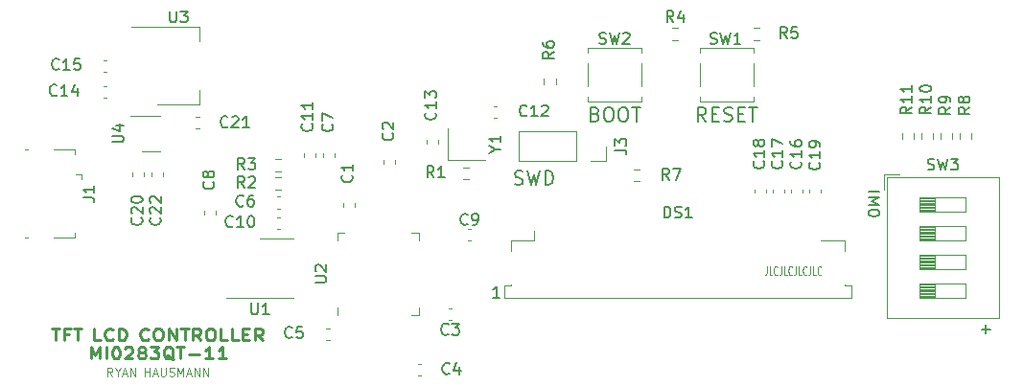
<source format=gbr>
%TF.GenerationSoftware,KiCad,Pcbnew,(7.0.0)*%
%TF.CreationDate,2023-06-08T20:43:27-04:00*%
%TF.ProjectId,tft controller new,74667420-636f-46e7-9472-6f6c6c657220,rev?*%
%TF.SameCoordinates,Original*%
%TF.FileFunction,Legend,Top*%
%TF.FilePolarity,Positive*%
%FSLAX46Y46*%
G04 Gerber Fmt 4.6, Leading zero omitted, Abs format (unit mm)*
G04 Created by KiCad (PCBNEW (7.0.0)) date 2023-06-08 20:43:27*
%MOMM*%
%LPD*%
G01*
G04 APERTURE LIST*
%ADD10C,0.150000*%
%ADD11C,0.125000*%
%ADD12C,0.200000*%
%ADD13C,0.250000*%
%ADD14C,0.120000*%
G04 APERTURE END LIST*
D10*
X102361904Y-107182380D02*
X101790476Y-107182380D01*
X102076190Y-107182380D02*
X102076190Y-106182380D01*
X102076190Y-106182380D02*
X101980952Y-106325238D01*
X101980952Y-106325238D02*
X101885714Y-106420476D01*
X101885714Y-106420476D02*
X101790476Y-106468095D01*
X144939048Y-110001428D02*
X145700953Y-110001428D01*
X145320000Y-110382380D02*
X145320000Y-109620476D01*
X134917619Y-97852381D02*
X135917619Y-97852381D01*
X134917619Y-98328571D02*
X135917619Y-98328571D01*
X135917619Y-98328571D02*
X135203333Y-98661904D01*
X135203333Y-98661904D02*
X135917619Y-98995237D01*
X135917619Y-98995237D02*
X134917619Y-98995237D01*
X135917619Y-99661904D02*
X135917619Y-99757142D01*
X135917619Y-99757142D02*
X135870000Y-99852380D01*
X135870000Y-99852380D02*
X135822380Y-99899999D01*
X135822380Y-99899999D02*
X135727142Y-99947618D01*
X135727142Y-99947618D02*
X135536666Y-99995237D01*
X135536666Y-99995237D02*
X135298571Y-99995237D01*
X135298571Y-99995237D02*
X135108095Y-99947618D01*
X135108095Y-99947618D02*
X135012857Y-99899999D01*
X135012857Y-99899999D02*
X134965238Y-99852380D01*
X134965238Y-99852380D02*
X134917619Y-99757142D01*
X134917619Y-99757142D02*
X134917619Y-99661904D01*
X134917619Y-99661904D02*
X134965238Y-99566666D01*
X134965238Y-99566666D02*
X135012857Y-99519047D01*
X135012857Y-99519047D02*
X135108095Y-99471428D01*
X135108095Y-99471428D02*
X135298571Y-99423809D01*
X135298571Y-99423809D02*
X135536666Y-99423809D01*
X135536666Y-99423809D02*
X135727142Y-99471428D01*
X135727142Y-99471428D02*
X135822380Y-99519047D01*
X135822380Y-99519047D02*
X135870000Y-99566666D01*
X135870000Y-99566666D02*
X135917619Y-99661904D01*
D11*
X125961904Y-104425904D02*
X125961904Y-104997333D01*
X125961904Y-104997333D02*
X125938095Y-105111619D01*
X125938095Y-105111619D02*
X125890476Y-105187809D01*
X125890476Y-105187809D02*
X125819047Y-105225904D01*
X125819047Y-105225904D02*
X125771428Y-105225904D01*
X126438094Y-105225904D02*
X126199999Y-105225904D01*
X126199999Y-105225904D02*
X126199999Y-104425904D01*
X126890475Y-105149714D02*
X126866666Y-105187809D01*
X126866666Y-105187809D02*
X126795237Y-105225904D01*
X126795237Y-105225904D02*
X126747618Y-105225904D01*
X126747618Y-105225904D02*
X126676190Y-105187809D01*
X126676190Y-105187809D02*
X126628571Y-105111619D01*
X126628571Y-105111619D02*
X126604761Y-105035428D01*
X126604761Y-105035428D02*
X126580952Y-104883047D01*
X126580952Y-104883047D02*
X126580952Y-104768761D01*
X126580952Y-104768761D02*
X126604761Y-104616380D01*
X126604761Y-104616380D02*
X126628571Y-104540190D01*
X126628571Y-104540190D02*
X126676190Y-104464000D01*
X126676190Y-104464000D02*
X126747618Y-104425904D01*
X126747618Y-104425904D02*
X126795237Y-104425904D01*
X126795237Y-104425904D02*
X126866666Y-104464000D01*
X126866666Y-104464000D02*
X126890475Y-104502095D01*
X127247618Y-104425904D02*
X127247618Y-104997333D01*
X127247618Y-104997333D02*
X127223809Y-105111619D01*
X127223809Y-105111619D02*
X127176190Y-105187809D01*
X127176190Y-105187809D02*
X127104761Y-105225904D01*
X127104761Y-105225904D02*
X127057142Y-105225904D01*
X127723808Y-105225904D02*
X127485713Y-105225904D01*
X127485713Y-105225904D02*
X127485713Y-104425904D01*
X128176189Y-105149714D02*
X128152380Y-105187809D01*
X128152380Y-105187809D02*
X128080951Y-105225904D01*
X128080951Y-105225904D02*
X128033332Y-105225904D01*
X128033332Y-105225904D02*
X127961904Y-105187809D01*
X127961904Y-105187809D02*
X127914285Y-105111619D01*
X127914285Y-105111619D02*
X127890475Y-105035428D01*
X127890475Y-105035428D02*
X127866666Y-104883047D01*
X127866666Y-104883047D02*
X127866666Y-104768761D01*
X127866666Y-104768761D02*
X127890475Y-104616380D01*
X127890475Y-104616380D02*
X127914285Y-104540190D01*
X127914285Y-104540190D02*
X127961904Y-104464000D01*
X127961904Y-104464000D02*
X128033332Y-104425904D01*
X128033332Y-104425904D02*
X128080951Y-104425904D01*
X128080951Y-104425904D02*
X128152380Y-104464000D01*
X128152380Y-104464000D02*
X128176189Y-104502095D01*
X128533332Y-104425904D02*
X128533332Y-104997333D01*
X128533332Y-104997333D02*
X128509523Y-105111619D01*
X128509523Y-105111619D02*
X128461904Y-105187809D01*
X128461904Y-105187809D02*
X128390475Y-105225904D01*
X128390475Y-105225904D02*
X128342856Y-105225904D01*
X129009522Y-105225904D02*
X128771427Y-105225904D01*
X128771427Y-105225904D02*
X128771427Y-104425904D01*
X129461903Y-105149714D02*
X129438094Y-105187809D01*
X129438094Y-105187809D02*
X129366665Y-105225904D01*
X129366665Y-105225904D02*
X129319046Y-105225904D01*
X129319046Y-105225904D02*
X129247618Y-105187809D01*
X129247618Y-105187809D02*
X129199999Y-105111619D01*
X129199999Y-105111619D02*
X129176189Y-105035428D01*
X129176189Y-105035428D02*
X129152380Y-104883047D01*
X129152380Y-104883047D02*
X129152380Y-104768761D01*
X129152380Y-104768761D02*
X129176189Y-104616380D01*
X129176189Y-104616380D02*
X129199999Y-104540190D01*
X129199999Y-104540190D02*
X129247618Y-104464000D01*
X129247618Y-104464000D02*
X129319046Y-104425904D01*
X129319046Y-104425904D02*
X129366665Y-104425904D01*
X129366665Y-104425904D02*
X129438094Y-104464000D01*
X129438094Y-104464000D02*
X129461903Y-104502095D01*
X129819046Y-104425904D02*
X129819046Y-104997333D01*
X129819046Y-104997333D02*
X129795237Y-105111619D01*
X129795237Y-105111619D02*
X129747618Y-105187809D01*
X129747618Y-105187809D02*
X129676189Y-105225904D01*
X129676189Y-105225904D02*
X129628570Y-105225904D01*
X130295236Y-105225904D02*
X130057141Y-105225904D01*
X130057141Y-105225904D02*
X130057141Y-104425904D01*
X130747617Y-105149714D02*
X130723808Y-105187809D01*
X130723808Y-105187809D02*
X130652379Y-105225904D01*
X130652379Y-105225904D02*
X130604760Y-105225904D01*
X130604760Y-105225904D02*
X130533332Y-105187809D01*
X130533332Y-105187809D02*
X130485713Y-105111619D01*
X130485713Y-105111619D02*
X130461903Y-105035428D01*
X130461903Y-105035428D02*
X130438094Y-104883047D01*
X130438094Y-104883047D02*
X130438094Y-104768761D01*
X130438094Y-104768761D02*
X130461903Y-104616380D01*
X130461903Y-104616380D02*
X130485713Y-104540190D01*
X130485713Y-104540190D02*
X130533332Y-104464000D01*
X130533332Y-104464000D02*
X130604760Y-104425904D01*
X130604760Y-104425904D02*
X130652379Y-104425904D01*
X130652379Y-104425904D02*
X130723808Y-104464000D01*
X130723808Y-104464000D02*
X130747617Y-104502095D01*
D12*
X103703572Y-97168452D02*
X103882143Y-97227976D01*
X103882143Y-97227976D02*
X104179762Y-97227976D01*
X104179762Y-97227976D02*
X104298810Y-97168452D01*
X104298810Y-97168452D02*
X104358334Y-97108928D01*
X104358334Y-97108928D02*
X104417857Y-96989880D01*
X104417857Y-96989880D02*
X104417857Y-96870833D01*
X104417857Y-96870833D02*
X104358334Y-96751785D01*
X104358334Y-96751785D02*
X104298810Y-96692261D01*
X104298810Y-96692261D02*
X104179762Y-96632738D01*
X104179762Y-96632738D02*
X103941667Y-96573214D01*
X103941667Y-96573214D02*
X103822619Y-96513690D01*
X103822619Y-96513690D02*
X103763096Y-96454166D01*
X103763096Y-96454166D02*
X103703572Y-96335119D01*
X103703572Y-96335119D02*
X103703572Y-96216071D01*
X103703572Y-96216071D02*
X103763096Y-96097023D01*
X103763096Y-96097023D02*
X103822619Y-96037500D01*
X103822619Y-96037500D02*
X103941667Y-95977976D01*
X103941667Y-95977976D02*
X104239286Y-95977976D01*
X104239286Y-95977976D02*
X104417857Y-96037500D01*
X104834524Y-95977976D02*
X105132143Y-97227976D01*
X105132143Y-97227976D02*
X105370238Y-96335119D01*
X105370238Y-96335119D02*
X105608333Y-97227976D01*
X105608333Y-97227976D02*
X105905953Y-95977976D01*
X106382143Y-97227976D02*
X106382143Y-95977976D01*
X106382143Y-95977976D02*
X106679762Y-95977976D01*
X106679762Y-95977976D02*
X106858333Y-96037500D01*
X106858333Y-96037500D02*
X106977381Y-96156547D01*
X106977381Y-96156547D02*
X107036904Y-96275595D01*
X107036904Y-96275595D02*
X107096428Y-96513690D01*
X107096428Y-96513690D02*
X107096428Y-96692261D01*
X107096428Y-96692261D02*
X107036904Y-96930357D01*
X107036904Y-96930357D02*
X106977381Y-97049404D01*
X106977381Y-97049404D02*
X106858333Y-97168452D01*
X106858333Y-97168452D02*
X106679762Y-97227976D01*
X106679762Y-97227976D02*
X106382143Y-97227976D01*
X110803571Y-90973214D02*
X110982143Y-91032738D01*
X110982143Y-91032738D02*
X111041666Y-91092261D01*
X111041666Y-91092261D02*
X111101190Y-91211309D01*
X111101190Y-91211309D02*
X111101190Y-91389880D01*
X111101190Y-91389880D02*
X111041666Y-91508928D01*
X111041666Y-91508928D02*
X110982143Y-91568452D01*
X110982143Y-91568452D02*
X110863095Y-91627976D01*
X110863095Y-91627976D02*
X110386905Y-91627976D01*
X110386905Y-91627976D02*
X110386905Y-90377976D01*
X110386905Y-90377976D02*
X110803571Y-90377976D01*
X110803571Y-90377976D02*
X110922619Y-90437500D01*
X110922619Y-90437500D02*
X110982143Y-90497023D01*
X110982143Y-90497023D02*
X111041666Y-90616071D01*
X111041666Y-90616071D02*
X111041666Y-90735119D01*
X111041666Y-90735119D02*
X110982143Y-90854166D01*
X110982143Y-90854166D02*
X110922619Y-90913690D01*
X110922619Y-90913690D02*
X110803571Y-90973214D01*
X110803571Y-90973214D02*
X110386905Y-90973214D01*
X111875000Y-90377976D02*
X112113095Y-90377976D01*
X112113095Y-90377976D02*
X112232143Y-90437500D01*
X112232143Y-90437500D02*
X112351190Y-90556547D01*
X112351190Y-90556547D02*
X112410714Y-90794642D01*
X112410714Y-90794642D02*
X112410714Y-91211309D01*
X112410714Y-91211309D02*
X112351190Y-91449404D01*
X112351190Y-91449404D02*
X112232143Y-91568452D01*
X112232143Y-91568452D02*
X112113095Y-91627976D01*
X112113095Y-91627976D02*
X111875000Y-91627976D01*
X111875000Y-91627976D02*
X111755952Y-91568452D01*
X111755952Y-91568452D02*
X111636905Y-91449404D01*
X111636905Y-91449404D02*
X111577381Y-91211309D01*
X111577381Y-91211309D02*
X111577381Y-90794642D01*
X111577381Y-90794642D02*
X111636905Y-90556547D01*
X111636905Y-90556547D02*
X111755952Y-90437500D01*
X111755952Y-90437500D02*
X111875000Y-90377976D01*
X113184524Y-90377976D02*
X113422619Y-90377976D01*
X113422619Y-90377976D02*
X113541667Y-90437500D01*
X113541667Y-90437500D02*
X113660714Y-90556547D01*
X113660714Y-90556547D02*
X113720238Y-90794642D01*
X113720238Y-90794642D02*
X113720238Y-91211309D01*
X113720238Y-91211309D02*
X113660714Y-91449404D01*
X113660714Y-91449404D02*
X113541667Y-91568452D01*
X113541667Y-91568452D02*
X113422619Y-91627976D01*
X113422619Y-91627976D02*
X113184524Y-91627976D01*
X113184524Y-91627976D02*
X113065476Y-91568452D01*
X113065476Y-91568452D02*
X112946429Y-91449404D01*
X112946429Y-91449404D02*
X112886905Y-91211309D01*
X112886905Y-91211309D02*
X112886905Y-90794642D01*
X112886905Y-90794642D02*
X112946429Y-90556547D01*
X112946429Y-90556547D02*
X113065476Y-90437500D01*
X113065476Y-90437500D02*
X113184524Y-90377976D01*
X114077381Y-90377976D02*
X114791667Y-90377976D01*
X114434524Y-91627976D02*
X114434524Y-90377976D01*
X120584524Y-91627976D02*
X120167858Y-91032738D01*
X119870239Y-91627976D02*
X119870239Y-90377976D01*
X119870239Y-90377976D02*
X120346429Y-90377976D01*
X120346429Y-90377976D02*
X120465477Y-90437500D01*
X120465477Y-90437500D02*
X120525000Y-90497023D01*
X120525000Y-90497023D02*
X120584524Y-90616071D01*
X120584524Y-90616071D02*
X120584524Y-90794642D01*
X120584524Y-90794642D02*
X120525000Y-90913690D01*
X120525000Y-90913690D02*
X120465477Y-90973214D01*
X120465477Y-90973214D02*
X120346429Y-91032738D01*
X120346429Y-91032738D02*
X119870239Y-91032738D01*
X121120239Y-90973214D02*
X121536905Y-90973214D01*
X121715477Y-91627976D02*
X121120239Y-91627976D01*
X121120239Y-91627976D02*
X121120239Y-90377976D01*
X121120239Y-90377976D02*
X121715477Y-90377976D01*
X122191667Y-91568452D02*
X122370238Y-91627976D01*
X122370238Y-91627976D02*
X122667857Y-91627976D01*
X122667857Y-91627976D02*
X122786905Y-91568452D01*
X122786905Y-91568452D02*
X122846429Y-91508928D01*
X122846429Y-91508928D02*
X122905952Y-91389880D01*
X122905952Y-91389880D02*
X122905952Y-91270833D01*
X122905952Y-91270833D02*
X122846429Y-91151785D01*
X122846429Y-91151785D02*
X122786905Y-91092261D01*
X122786905Y-91092261D02*
X122667857Y-91032738D01*
X122667857Y-91032738D02*
X122429762Y-90973214D01*
X122429762Y-90973214D02*
X122310714Y-90913690D01*
X122310714Y-90913690D02*
X122251191Y-90854166D01*
X122251191Y-90854166D02*
X122191667Y-90735119D01*
X122191667Y-90735119D02*
X122191667Y-90616071D01*
X122191667Y-90616071D02*
X122251191Y-90497023D01*
X122251191Y-90497023D02*
X122310714Y-90437500D01*
X122310714Y-90437500D02*
X122429762Y-90377976D01*
X122429762Y-90377976D02*
X122727381Y-90377976D01*
X122727381Y-90377976D02*
X122905952Y-90437500D01*
X123441667Y-90973214D02*
X123858333Y-90973214D01*
X124036905Y-91627976D02*
X123441667Y-91627976D01*
X123441667Y-91627976D02*
X123441667Y-90377976D01*
X123441667Y-90377976D02*
X124036905Y-90377976D01*
X124394047Y-90377976D02*
X125108333Y-90377976D01*
X124751190Y-91627976D02*
X124751190Y-90377976D01*
D11*
X68171429Y-114136785D02*
X67921429Y-113779642D01*
X67742858Y-114136785D02*
X67742858Y-113386785D01*
X67742858Y-113386785D02*
X68028572Y-113386785D01*
X68028572Y-113386785D02*
X68100001Y-113422500D01*
X68100001Y-113422500D02*
X68135715Y-113458214D01*
X68135715Y-113458214D02*
X68171429Y-113529642D01*
X68171429Y-113529642D02*
X68171429Y-113636785D01*
X68171429Y-113636785D02*
X68135715Y-113708214D01*
X68135715Y-113708214D02*
X68100001Y-113743928D01*
X68100001Y-113743928D02*
X68028572Y-113779642D01*
X68028572Y-113779642D02*
X67742858Y-113779642D01*
X68635715Y-113779642D02*
X68635715Y-114136785D01*
X68385715Y-113386785D02*
X68635715Y-113779642D01*
X68635715Y-113779642D02*
X68885715Y-113386785D01*
X69100001Y-113922500D02*
X69457144Y-113922500D01*
X69028572Y-114136785D02*
X69278572Y-113386785D01*
X69278572Y-113386785D02*
X69528572Y-114136785D01*
X69778572Y-114136785D02*
X69778572Y-113386785D01*
X69778572Y-113386785D02*
X70207143Y-114136785D01*
X70207143Y-114136785D02*
X70207143Y-113386785D01*
X71014286Y-114136785D02*
X71014286Y-113386785D01*
X71014286Y-113743928D02*
X71442857Y-113743928D01*
X71442857Y-114136785D02*
X71442857Y-113386785D01*
X71764286Y-113922500D02*
X72121429Y-113922500D01*
X71692857Y-114136785D02*
X71942857Y-113386785D01*
X71942857Y-113386785D02*
X72192857Y-114136785D01*
X72442857Y-113386785D02*
X72442857Y-113993928D01*
X72442857Y-113993928D02*
X72478571Y-114065357D01*
X72478571Y-114065357D02*
X72514286Y-114101071D01*
X72514286Y-114101071D02*
X72585714Y-114136785D01*
X72585714Y-114136785D02*
X72728571Y-114136785D01*
X72728571Y-114136785D02*
X72800000Y-114101071D01*
X72800000Y-114101071D02*
X72835714Y-114065357D01*
X72835714Y-114065357D02*
X72871428Y-113993928D01*
X72871428Y-113993928D02*
X72871428Y-113386785D01*
X73192857Y-114101071D02*
X73300000Y-114136785D01*
X73300000Y-114136785D02*
X73478571Y-114136785D01*
X73478571Y-114136785D02*
X73550000Y-114101071D01*
X73550000Y-114101071D02*
X73585714Y-114065357D01*
X73585714Y-114065357D02*
X73621428Y-113993928D01*
X73621428Y-113993928D02*
X73621428Y-113922500D01*
X73621428Y-113922500D02*
X73585714Y-113851071D01*
X73585714Y-113851071D02*
X73550000Y-113815357D01*
X73550000Y-113815357D02*
X73478571Y-113779642D01*
X73478571Y-113779642D02*
X73335714Y-113743928D01*
X73335714Y-113743928D02*
X73264285Y-113708214D01*
X73264285Y-113708214D02*
X73228571Y-113672500D01*
X73228571Y-113672500D02*
X73192857Y-113601071D01*
X73192857Y-113601071D02*
X73192857Y-113529642D01*
X73192857Y-113529642D02*
X73228571Y-113458214D01*
X73228571Y-113458214D02*
X73264285Y-113422500D01*
X73264285Y-113422500D02*
X73335714Y-113386785D01*
X73335714Y-113386785D02*
X73514285Y-113386785D01*
X73514285Y-113386785D02*
X73621428Y-113422500D01*
X73942857Y-114136785D02*
X73942857Y-113386785D01*
X73942857Y-113386785D02*
X74192857Y-113922500D01*
X74192857Y-113922500D02*
X74442857Y-113386785D01*
X74442857Y-113386785D02*
X74442857Y-114136785D01*
X74764286Y-113922500D02*
X75121429Y-113922500D01*
X74692857Y-114136785D02*
X74942857Y-113386785D01*
X74942857Y-113386785D02*
X75192857Y-114136785D01*
X75442857Y-114136785D02*
X75442857Y-113386785D01*
X75442857Y-113386785D02*
X75871428Y-114136785D01*
X75871428Y-114136785D02*
X75871428Y-113386785D01*
X76228571Y-114136785D02*
X76228571Y-113386785D01*
X76228571Y-113386785D02*
X76657142Y-114136785D01*
X76657142Y-114136785D02*
X76657142Y-113386785D01*
D13*
X62822856Y-109962380D02*
X63508571Y-109962380D01*
X63165713Y-110962380D02*
X63165713Y-109962380D01*
X64308571Y-110438571D02*
X63908571Y-110438571D01*
X63908571Y-110962380D02*
X63908571Y-109962380D01*
X63908571Y-109962380D02*
X64479999Y-109962380D01*
X64765713Y-109962380D02*
X65451428Y-109962380D01*
X65108570Y-110962380D02*
X65108570Y-109962380D01*
X67142856Y-110962380D02*
X66571428Y-110962380D01*
X66571428Y-110962380D02*
X66571428Y-109962380D01*
X68228571Y-110867142D02*
X68171428Y-110914761D01*
X68171428Y-110914761D02*
X68000000Y-110962380D01*
X68000000Y-110962380D02*
X67885714Y-110962380D01*
X67885714Y-110962380D02*
X67714285Y-110914761D01*
X67714285Y-110914761D02*
X67600000Y-110819523D01*
X67600000Y-110819523D02*
X67542857Y-110724285D01*
X67542857Y-110724285D02*
X67485714Y-110533809D01*
X67485714Y-110533809D02*
X67485714Y-110390952D01*
X67485714Y-110390952D02*
X67542857Y-110200476D01*
X67542857Y-110200476D02*
X67600000Y-110105238D01*
X67600000Y-110105238D02*
X67714285Y-110010000D01*
X67714285Y-110010000D02*
X67885714Y-109962380D01*
X67885714Y-109962380D02*
X68000000Y-109962380D01*
X68000000Y-109962380D02*
X68171428Y-110010000D01*
X68171428Y-110010000D02*
X68228571Y-110057619D01*
X68742857Y-110962380D02*
X68742857Y-109962380D01*
X68742857Y-109962380D02*
X69028571Y-109962380D01*
X69028571Y-109962380D02*
X69200000Y-110010000D01*
X69200000Y-110010000D02*
X69314285Y-110105238D01*
X69314285Y-110105238D02*
X69371428Y-110200476D01*
X69371428Y-110200476D02*
X69428571Y-110390952D01*
X69428571Y-110390952D02*
X69428571Y-110533809D01*
X69428571Y-110533809D02*
X69371428Y-110724285D01*
X69371428Y-110724285D02*
X69314285Y-110819523D01*
X69314285Y-110819523D02*
X69200000Y-110914761D01*
X69200000Y-110914761D02*
X69028571Y-110962380D01*
X69028571Y-110962380D02*
X68742857Y-110962380D01*
X71348571Y-110867142D02*
X71291428Y-110914761D01*
X71291428Y-110914761D02*
X71120000Y-110962380D01*
X71120000Y-110962380D02*
X71005714Y-110962380D01*
X71005714Y-110962380D02*
X70834285Y-110914761D01*
X70834285Y-110914761D02*
X70720000Y-110819523D01*
X70720000Y-110819523D02*
X70662857Y-110724285D01*
X70662857Y-110724285D02*
X70605714Y-110533809D01*
X70605714Y-110533809D02*
X70605714Y-110390952D01*
X70605714Y-110390952D02*
X70662857Y-110200476D01*
X70662857Y-110200476D02*
X70720000Y-110105238D01*
X70720000Y-110105238D02*
X70834285Y-110010000D01*
X70834285Y-110010000D02*
X71005714Y-109962380D01*
X71005714Y-109962380D02*
X71120000Y-109962380D01*
X71120000Y-109962380D02*
X71291428Y-110010000D01*
X71291428Y-110010000D02*
X71348571Y-110057619D01*
X72091428Y-109962380D02*
X72320000Y-109962380D01*
X72320000Y-109962380D02*
X72434285Y-110010000D01*
X72434285Y-110010000D02*
X72548571Y-110105238D01*
X72548571Y-110105238D02*
X72605714Y-110295714D01*
X72605714Y-110295714D02*
X72605714Y-110629047D01*
X72605714Y-110629047D02*
X72548571Y-110819523D01*
X72548571Y-110819523D02*
X72434285Y-110914761D01*
X72434285Y-110914761D02*
X72320000Y-110962380D01*
X72320000Y-110962380D02*
X72091428Y-110962380D01*
X72091428Y-110962380D02*
X71977143Y-110914761D01*
X71977143Y-110914761D02*
X71862857Y-110819523D01*
X71862857Y-110819523D02*
X71805714Y-110629047D01*
X71805714Y-110629047D02*
X71805714Y-110295714D01*
X71805714Y-110295714D02*
X71862857Y-110105238D01*
X71862857Y-110105238D02*
X71977143Y-110010000D01*
X71977143Y-110010000D02*
X72091428Y-109962380D01*
X73120000Y-110962380D02*
X73120000Y-109962380D01*
X73120000Y-109962380D02*
X73805714Y-110962380D01*
X73805714Y-110962380D02*
X73805714Y-109962380D01*
X74205714Y-109962380D02*
X74891429Y-109962380D01*
X74548571Y-110962380D02*
X74548571Y-109962380D01*
X75977143Y-110962380D02*
X75577143Y-110486190D01*
X75291429Y-110962380D02*
X75291429Y-109962380D01*
X75291429Y-109962380D02*
X75748572Y-109962380D01*
X75748572Y-109962380D02*
X75862857Y-110010000D01*
X75862857Y-110010000D02*
X75920000Y-110057619D01*
X75920000Y-110057619D02*
X75977143Y-110152857D01*
X75977143Y-110152857D02*
X75977143Y-110295714D01*
X75977143Y-110295714D02*
X75920000Y-110390952D01*
X75920000Y-110390952D02*
X75862857Y-110438571D01*
X75862857Y-110438571D02*
X75748572Y-110486190D01*
X75748572Y-110486190D02*
X75291429Y-110486190D01*
X76720000Y-109962380D02*
X76948572Y-109962380D01*
X76948572Y-109962380D02*
X77062857Y-110010000D01*
X77062857Y-110010000D02*
X77177143Y-110105238D01*
X77177143Y-110105238D02*
X77234286Y-110295714D01*
X77234286Y-110295714D02*
X77234286Y-110629047D01*
X77234286Y-110629047D02*
X77177143Y-110819523D01*
X77177143Y-110819523D02*
X77062857Y-110914761D01*
X77062857Y-110914761D02*
X76948572Y-110962380D01*
X76948572Y-110962380D02*
X76720000Y-110962380D01*
X76720000Y-110962380D02*
X76605715Y-110914761D01*
X76605715Y-110914761D02*
X76491429Y-110819523D01*
X76491429Y-110819523D02*
X76434286Y-110629047D01*
X76434286Y-110629047D02*
X76434286Y-110295714D01*
X76434286Y-110295714D02*
X76491429Y-110105238D01*
X76491429Y-110105238D02*
X76605715Y-110010000D01*
X76605715Y-110010000D02*
X76720000Y-109962380D01*
X78320000Y-110962380D02*
X77748572Y-110962380D01*
X77748572Y-110962380D02*
X77748572Y-109962380D01*
X79291429Y-110962380D02*
X78720001Y-110962380D01*
X78720001Y-110962380D02*
X78720001Y-109962380D01*
X79691430Y-110438571D02*
X80091430Y-110438571D01*
X80262858Y-110962380D02*
X79691430Y-110962380D01*
X79691430Y-110962380D02*
X79691430Y-109962380D01*
X79691430Y-109962380D02*
X80262858Y-109962380D01*
X81462858Y-110962380D02*
X81062858Y-110486190D01*
X80777144Y-110962380D02*
X80777144Y-109962380D01*
X80777144Y-109962380D02*
X81234287Y-109962380D01*
X81234287Y-109962380D02*
X81348572Y-110010000D01*
X81348572Y-110010000D02*
X81405715Y-110057619D01*
X81405715Y-110057619D02*
X81462858Y-110152857D01*
X81462858Y-110152857D02*
X81462858Y-110295714D01*
X81462858Y-110295714D02*
X81405715Y-110390952D01*
X81405715Y-110390952D02*
X81348572Y-110438571D01*
X81348572Y-110438571D02*
X81234287Y-110486190D01*
X81234287Y-110486190D02*
X80777144Y-110486190D01*
X66257143Y-112582380D02*
X66257143Y-111582380D01*
X66257143Y-111582380D02*
X66657143Y-112296666D01*
X66657143Y-112296666D02*
X67057143Y-111582380D01*
X67057143Y-111582380D02*
X67057143Y-112582380D01*
X67628572Y-112582380D02*
X67628572Y-111582380D01*
X68428572Y-111582380D02*
X68542858Y-111582380D01*
X68542858Y-111582380D02*
X68657144Y-111630000D01*
X68657144Y-111630000D02*
X68714287Y-111677619D01*
X68714287Y-111677619D02*
X68771429Y-111772857D01*
X68771429Y-111772857D02*
X68828572Y-111963333D01*
X68828572Y-111963333D02*
X68828572Y-112201428D01*
X68828572Y-112201428D02*
X68771429Y-112391904D01*
X68771429Y-112391904D02*
X68714287Y-112487142D01*
X68714287Y-112487142D02*
X68657144Y-112534761D01*
X68657144Y-112534761D02*
X68542858Y-112582380D01*
X68542858Y-112582380D02*
X68428572Y-112582380D01*
X68428572Y-112582380D02*
X68314287Y-112534761D01*
X68314287Y-112534761D02*
X68257144Y-112487142D01*
X68257144Y-112487142D02*
X68200001Y-112391904D01*
X68200001Y-112391904D02*
X68142858Y-112201428D01*
X68142858Y-112201428D02*
X68142858Y-111963333D01*
X68142858Y-111963333D02*
X68200001Y-111772857D01*
X68200001Y-111772857D02*
X68257144Y-111677619D01*
X68257144Y-111677619D02*
X68314287Y-111630000D01*
X68314287Y-111630000D02*
X68428572Y-111582380D01*
X69285715Y-111677619D02*
X69342858Y-111630000D01*
X69342858Y-111630000D02*
X69457144Y-111582380D01*
X69457144Y-111582380D02*
X69742858Y-111582380D01*
X69742858Y-111582380D02*
X69857144Y-111630000D01*
X69857144Y-111630000D02*
X69914286Y-111677619D01*
X69914286Y-111677619D02*
X69971429Y-111772857D01*
X69971429Y-111772857D02*
X69971429Y-111868095D01*
X69971429Y-111868095D02*
X69914286Y-112010952D01*
X69914286Y-112010952D02*
X69228572Y-112582380D01*
X69228572Y-112582380D02*
X69971429Y-112582380D01*
X70657143Y-112010952D02*
X70542858Y-111963333D01*
X70542858Y-111963333D02*
X70485715Y-111915714D01*
X70485715Y-111915714D02*
X70428572Y-111820476D01*
X70428572Y-111820476D02*
X70428572Y-111772857D01*
X70428572Y-111772857D02*
X70485715Y-111677619D01*
X70485715Y-111677619D02*
X70542858Y-111630000D01*
X70542858Y-111630000D02*
X70657143Y-111582380D01*
X70657143Y-111582380D02*
X70885715Y-111582380D01*
X70885715Y-111582380D02*
X71000001Y-111630000D01*
X71000001Y-111630000D02*
X71057143Y-111677619D01*
X71057143Y-111677619D02*
X71114286Y-111772857D01*
X71114286Y-111772857D02*
X71114286Y-111820476D01*
X71114286Y-111820476D02*
X71057143Y-111915714D01*
X71057143Y-111915714D02*
X71000001Y-111963333D01*
X71000001Y-111963333D02*
X70885715Y-112010952D01*
X70885715Y-112010952D02*
X70657143Y-112010952D01*
X70657143Y-112010952D02*
X70542858Y-112058571D01*
X70542858Y-112058571D02*
X70485715Y-112106190D01*
X70485715Y-112106190D02*
X70428572Y-112201428D01*
X70428572Y-112201428D02*
X70428572Y-112391904D01*
X70428572Y-112391904D02*
X70485715Y-112487142D01*
X70485715Y-112487142D02*
X70542858Y-112534761D01*
X70542858Y-112534761D02*
X70657143Y-112582380D01*
X70657143Y-112582380D02*
X70885715Y-112582380D01*
X70885715Y-112582380D02*
X71000001Y-112534761D01*
X71000001Y-112534761D02*
X71057143Y-112487142D01*
X71057143Y-112487142D02*
X71114286Y-112391904D01*
X71114286Y-112391904D02*
X71114286Y-112201428D01*
X71114286Y-112201428D02*
X71057143Y-112106190D01*
X71057143Y-112106190D02*
X71000001Y-112058571D01*
X71000001Y-112058571D02*
X70885715Y-112010952D01*
X71514286Y-111582380D02*
X72257143Y-111582380D01*
X72257143Y-111582380D02*
X71857143Y-111963333D01*
X71857143Y-111963333D02*
X72028572Y-111963333D01*
X72028572Y-111963333D02*
X72142858Y-112010952D01*
X72142858Y-112010952D02*
X72200000Y-112058571D01*
X72200000Y-112058571D02*
X72257143Y-112153809D01*
X72257143Y-112153809D02*
X72257143Y-112391904D01*
X72257143Y-112391904D02*
X72200000Y-112487142D01*
X72200000Y-112487142D02*
X72142858Y-112534761D01*
X72142858Y-112534761D02*
X72028572Y-112582380D01*
X72028572Y-112582380D02*
X71685715Y-112582380D01*
X71685715Y-112582380D02*
X71571429Y-112534761D01*
X71571429Y-112534761D02*
X71514286Y-112487142D01*
X73571429Y-112677619D02*
X73457143Y-112630000D01*
X73457143Y-112630000D02*
X73342857Y-112534761D01*
X73342857Y-112534761D02*
X73171429Y-112391904D01*
X73171429Y-112391904D02*
X73057143Y-112344285D01*
X73057143Y-112344285D02*
X72942857Y-112344285D01*
X73000000Y-112582380D02*
X72885715Y-112534761D01*
X72885715Y-112534761D02*
X72771429Y-112439523D01*
X72771429Y-112439523D02*
X72714286Y-112249047D01*
X72714286Y-112249047D02*
X72714286Y-111915714D01*
X72714286Y-111915714D02*
X72771429Y-111725238D01*
X72771429Y-111725238D02*
X72885715Y-111630000D01*
X72885715Y-111630000D02*
X73000000Y-111582380D01*
X73000000Y-111582380D02*
X73228572Y-111582380D01*
X73228572Y-111582380D02*
X73342857Y-111630000D01*
X73342857Y-111630000D02*
X73457143Y-111725238D01*
X73457143Y-111725238D02*
X73514286Y-111915714D01*
X73514286Y-111915714D02*
X73514286Y-112249047D01*
X73514286Y-112249047D02*
X73457143Y-112439523D01*
X73457143Y-112439523D02*
X73342857Y-112534761D01*
X73342857Y-112534761D02*
X73228572Y-112582380D01*
X73228572Y-112582380D02*
X73000000Y-112582380D01*
X73857143Y-111582380D02*
X74542858Y-111582380D01*
X74200000Y-112582380D02*
X74200000Y-111582380D01*
X74942858Y-112201428D02*
X75857144Y-112201428D01*
X77057143Y-112582380D02*
X76371429Y-112582380D01*
X76714286Y-112582380D02*
X76714286Y-111582380D01*
X76714286Y-111582380D02*
X76600000Y-111725238D01*
X76600000Y-111725238D02*
X76485715Y-111820476D01*
X76485715Y-111820476D02*
X76371429Y-111868095D01*
X78200000Y-112582380D02*
X77514286Y-112582380D01*
X77857143Y-112582380D02*
X77857143Y-111582380D01*
X77857143Y-111582380D02*
X77742857Y-111725238D01*
X77742857Y-111725238D02*
X77628572Y-111820476D01*
X77628572Y-111820476D02*
X77514286Y-111868095D01*
D10*
%TO.C,C3*%
X97833333Y-110402142D02*
X97785714Y-110449761D01*
X97785714Y-110449761D02*
X97642857Y-110497380D01*
X97642857Y-110497380D02*
X97547619Y-110497380D01*
X97547619Y-110497380D02*
X97404762Y-110449761D01*
X97404762Y-110449761D02*
X97309524Y-110354523D01*
X97309524Y-110354523D02*
X97261905Y-110259285D01*
X97261905Y-110259285D02*
X97214286Y-110068809D01*
X97214286Y-110068809D02*
X97214286Y-109925952D01*
X97214286Y-109925952D02*
X97261905Y-109735476D01*
X97261905Y-109735476D02*
X97309524Y-109640238D01*
X97309524Y-109640238D02*
X97404762Y-109545000D01*
X97404762Y-109545000D02*
X97547619Y-109497380D01*
X97547619Y-109497380D02*
X97642857Y-109497380D01*
X97642857Y-109497380D02*
X97785714Y-109545000D01*
X97785714Y-109545000D02*
X97833333Y-109592619D01*
X98166667Y-109497380D02*
X98785714Y-109497380D01*
X98785714Y-109497380D02*
X98452381Y-109878333D01*
X98452381Y-109878333D02*
X98595238Y-109878333D01*
X98595238Y-109878333D02*
X98690476Y-109925952D01*
X98690476Y-109925952D02*
X98738095Y-109973571D01*
X98738095Y-109973571D02*
X98785714Y-110068809D01*
X98785714Y-110068809D02*
X98785714Y-110306904D01*
X98785714Y-110306904D02*
X98738095Y-110402142D01*
X98738095Y-110402142D02*
X98690476Y-110449761D01*
X98690476Y-110449761D02*
X98595238Y-110497380D01*
X98595238Y-110497380D02*
X98309524Y-110497380D01*
X98309524Y-110497380D02*
X98214286Y-110449761D01*
X98214286Y-110449761D02*
X98166667Y-110402142D01*
%TO.C,SW3*%
X140176667Y-95859761D02*
X140319524Y-95907380D01*
X140319524Y-95907380D02*
X140557619Y-95907380D01*
X140557619Y-95907380D02*
X140652857Y-95859761D01*
X140652857Y-95859761D02*
X140700476Y-95812142D01*
X140700476Y-95812142D02*
X140748095Y-95716904D01*
X140748095Y-95716904D02*
X140748095Y-95621666D01*
X140748095Y-95621666D02*
X140700476Y-95526428D01*
X140700476Y-95526428D02*
X140652857Y-95478809D01*
X140652857Y-95478809D02*
X140557619Y-95431190D01*
X140557619Y-95431190D02*
X140367143Y-95383571D01*
X140367143Y-95383571D02*
X140271905Y-95335952D01*
X140271905Y-95335952D02*
X140224286Y-95288333D01*
X140224286Y-95288333D02*
X140176667Y-95193095D01*
X140176667Y-95193095D02*
X140176667Y-95097857D01*
X140176667Y-95097857D02*
X140224286Y-95002619D01*
X140224286Y-95002619D02*
X140271905Y-94955000D01*
X140271905Y-94955000D02*
X140367143Y-94907380D01*
X140367143Y-94907380D02*
X140605238Y-94907380D01*
X140605238Y-94907380D02*
X140748095Y-94955000D01*
X141081429Y-94907380D02*
X141319524Y-95907380D01*
X141319524Y-95907380D02*
X141510000Y-95193095D01*
X141510000Y-95193095D02*
X141700476Y-95907380D01*
X141700476Y-95907380D02*
X141938572Y-94907380D01*
X142224286Y-94907380D02*
X142843333Y-94907380D01*
X142843333Y-94907380D02*
X142510000Y-95288333D01*
X142510000Y-95288333D02*
X142652857Y-95288333D01*
X142652857Y-95288333D02*
X142748095Y-95335952D01*
X142748095Y-95335952D02*
X142795714Y-95383571D01*
X142795714Y-95383571D02*
X142843333Y-95478809D01*
X142843333Y-95478809D02*
X142843333Y-95716904D01*
X142843333Y-95716904D02*
X142795714Y-95812142D01*
X142795714Y-95812142D02*
X142748095Y-95859761D01*
X142748095Y-95859761D02*
X142652857Y-95907380D01*
X142652857Y-95907380D02*
X142367143Y-95907380D01*
X142367143Y-95907380D02*
X142271905Y-95859761D01*
X142271905Y-95859761D02*
X142224286Y-95812142D01*
%TO.C,R2*%
X79833333Y-97467380D02*
X79500000Y-96991190D01*
X79261905Y-97467380D02*
X79261905Y-96467380D01*
X79261905Y-96467380D02*
X79642857Y-96467380D01*
X79642857Y-96467380D02*
X79738095Y-96515000D01*
X79738095Y-96515000D02*
X79785714Y-96562619D01*
X79785714Y-96562619D02*
X79833333Y-96657857D01*
X79833333Y-96657857D02*
X79833333Y-96800714D01*
X79833333Y-96800714D02*
X79785714Y-96895952D01*
X79785714Y-96895952D02*
X79738095Y-96943571D01*
X79738095Y-96943571D02*
X79642857Y-96991190D01*
X79642857Y-96991190D02*
X79261905Y-96991190D01*
X80214286Y-96562619D02*
X80261905Y-96515000D01*
X80261905Y-96515000D02*
X80357143Y-96467380D01*
X80357143Y-96467380D02*
X80595238Y-96467380D01*
X80595238Y-96467380D02*
X80690476Y-96515000D01*
X80690476Y-96515000D02*
X80738095Y-96562619D01*
X80738095Y-96562619D02*
X80785714Y-96657857D01*
X80785714Y-96657857D02*
X80785714Y-96753095D01*
X80785714Y-96753095D02*
X80738095Y-96895952D01*
X80738095Y-96895952D02*
X80166667Y-97467380D01*
X80166667Y-97467380D02*
X80785714Y-97467380D01*
%TO.C,SW1*%
X120966667Y-84719761D02*
X121109524Y-84767380D01*
X121109524Y-84767380D02*
X121347619Y-84767380D01*
X121347619Y-84767380D02*
X121442857Y-84719761D01*
X121442857Y-84719761D02*
X121490476Y-84672142D01*
X121490476Y-84672142D02*
X121538095Y-84576904D01*
X121538095Y-84576904D02*
X121538095Y-84481666D01*
X121538095Y-84481666D02*
X121490476Y-84386428D01*
X121490476Y-84386428D02*
X121442857Y-84338809D01*
X121442857Y-84338809D02*
X121347619Y-84291190D01*
X121347619Y-84291190D02*
X121157143Y-84243571D01*
X121157143Y-84243571D02*
X121061905Y-84195952D01*
X121061905Y-84195952D02*
X121014286Y-84148333D01*
X121014286Y-84148333D02*
X120966667Y-84053095D01*
X120966667Y-84053095D02*
X120966667Y-83957857D01*
X120966667Y-83957857D02*
X121014286Y-83862619D01*
X121014286Y-83862619D02*
X121061905Y-83815000D01*
X121061905Y-83815000D02*
X121157143Y-83767380D01*
X121157143Y-83767380D02*
X121395238Y-83767380D01*
X121395238Y-83767380D02*
X121538095Y-83815000D01*
X121871429Y-83767380D02*
X122109524Y-84767380D01*
X122109524Y-84767380D02*
X122300000Y-84053095D01*
X122300000Y-84053095D02*
X122490476Y-84767380D01*
X122490476Y-84767380D02*
X122728572Y-83767380D01*
X123633333Y-84767380D02*
X123061905Y-84767380D01*
X123347619Y-84767380D02*
X123347619Y-83767380D01*
X123347619Y-83767380D02*
X123252381Y-83910238D01*
X123252381Y-83910238D02*
X123157143Y-84005476D01*
X123157143Y-84005476D02*
X123061905Y-84053095D01*
%TO.C,R6*%
X107167380Y-85466666D02*
X106691190Y-85799999D01*
X107167380Y-86038094D02*
X106167380Y-86038094D01*
X106167380Y-86038094D02*
X106167380Y-85657142D01*
X106167380Y-85657142D02*
X106215000Y-85561904D01*
X106215000Y-85561904D02*
X106262619Y-85514285D01*
X106262619Y-85514285D02*
X106357857Y-85466666D01*
X106357857Y-85466666D02*
X106500714Y-85466666D01*
X106500714Y-85466666D02*
X106595952Y-85514285D01*
X106595952Y-85514285D02*
X106643571Y-85561904D01*
X106643571Y-85561904D02*
X106691190Y-85657142D01*
X106691190Y-85657142D02*
X106691190Y-86038094D01*
X106167380Y-84609523D02*
X106167380Y-84799999D01*
X106167380Y-84799999D02*
X106215000Y-84895237D01*
X106215000Y-84895237D02*
X106262619Y-84942856D01*
X106262619Y-84942856D02*
X106405476Y-85038094D01*
X106405476Y-85038094D02*
X106595952Y-85085713D01*
X106595952Y-85085713D02*
X106976904Y-85085713D01*
X106976904Y-85085713D02*
X107072142Y-85038094D01*
X107072142Y-85038094D02*
X107119761Y-84990475D01*
X107119761Y-84990475D02*
X107167380Y-84895237D01*
X107167380Y-84895237D02*
X107167380Y-84704761D01*
X107167380Y-84704761D02*
X107119761Y-84609523D01*
X107119761Y-84609523D02*
X107072142Y-84561904D01*
X107072142Y-84561904D02*
X106976904Y-84514285D01*
X106976904Y-84514285D02*
X106738809Y-84514285D01*
X106738809Y-84514285D02*
X106643571Y-84561904D01*
X106643571Y-84561904D02*
X106595952Y-84609523D01*
X106595952Y-84609523D02*
X106548333Y-84704761D01*
X106548333Y-84704761D02*
X106548333Y-84895237D01*
X106548333Y-84895237D02*
X106595952Y-84990475D01*
X106595952Y-84990475D02*
X106643571Y-85038094D01*
X106643571Y-85038094D02*
X106738809Y-85085713D01*
%TO.C,C16*%
X128934642Y-95162857D02*
X128982261Y-95210476D01*
X128982261Y-95210476D02*
X129029880Y-95353333D01*
X129029880Y-95353333D02*
X129029880Y-95448571D01*
X129029880Y-95448571D02*
X128982261Y-95591428D01*
X128982261Y-95591428D02*
X128887023Y-95686666D01*
X128887023Y-95686666D02*
X128791785Y-95734285D01*
X128791785Y-95734285D02*
X128601309Y-95781904D01*
X128601309Y-95781904D02*
X128458452Y-95781904D01*
X128458452Y-95781904D02*
X128267976Y-95734285D01*
X128267976Y-95734285D02*
X128172738Y-95686666D01*
X128172738Y-95686666D02*
X128077500Y-95591428D01*
X128077500Y-95591428D02*
X128029880Y-95448571D01*
X128029880Y-95448571D02*
X128029880Y-95353333D01*
X128029880Y-95353333D02*
X128077500Y-95210476D01*
X128077500Y-95210476D02*
X128125119Y-95162857D01*
X129029880Y-94210476D02*
X129029880Y-94781904D01*
X129029880Y-94496190D02*
X128029880Y-94496190D01*
X128029880Y-94496190D02*
X128172738Y-94591428D01*
X128172738Y-94591428D02*
X128267976Y-94686666D01*
X128267976Y-94686666D02*
X128315595Y-94781904D01*
X128029880Y-93353333D02*
X128029880Y-93543809D01*
X128029880Y-93543809D02*
X128077500Y-93639047D01*
X128077500Y-93639047D02*
X128125119Y-93686666D01*
X128125119Y-93686666D02*
X128267976Y-93781904D01*
X128267976Y-93781904D02*
X128458452Y-93829523D01*
X128458452Y-93829523D02*
X128839404Y-93829523D01*
X128839404Y-93829523D02*
X128934642Y-93781904D01*
X128934642Y-93781904D02*
X128982261Y-93734285D01*
X128982261Y-93734285D02*
X129029880Y-93639047D01*
X129029880Y-93639047D02*
X129029880Y-93448571D01*
X129029880Y-93448571D02*
X128982261Y-93353333D01*
X128982261Y-93353333D02*
X128934642Y-93305714D01*
X128934642Y-93305714D02*
X128839404Y-93258095D01*
X128839404Y-93258095D02*
X128601309Y-93258095D01*
X128601309Y-93258095D02*
X128506071Y-93305714D01*
X128506071Y-93305714D02*
X128458452Y-93353333D01*
X128458452Y-93353333D02*
X128410833Y-93448571D01*
X128410833Y-93448571D02*
X128410833Y-93639047D01*
X128410833Y-93639047D02*
X128458452Y-93734285D01*
X128458452Y-93734285D02*
X128506071Y-93781904D01*
X128506071Y-93781904D02*
X128601309Y-93829523D01*
%TO.C,C17*%
X127272142Y-95142857D02*
X127319761Y-95190476D01*
X127319761Y-95190476D02*
X127367380Y-95333333D01*
X127367380Y-95333333D02*
X127367380Y-95428571D01*
X127367380Y-95428571D02*
X127319761Y-95571428D01*
X127319761Y-95571428D02*
X127224523Y-95666666D01*
X127224523Y-95666666D02*
X127129285Y-95714285D01*
X127129285Y-95714285D02*
X126938809Y-95761904D01*
X126938809Y-95761904D02*
X126795952Y-95761904D01*
X126795952Y-95761904D02*
X126605476Y-95714285D01*
X126605476Y-95714285D02*
X126510238Y-95666666D01*
X126510238Y-95666666D02*
X126415000Y-95571428D01*
X126415000Y-95571428D02*
X126367380Y-95428571D01*
X126367380Y-95428571D02*
X126367380Y-95333333D01*
X126367380Y-95333333D02*
X126415000Y-95190476D01*
X126415000Y-95190476D02*
X126462619Y-95142857D01*
X127367380Y-94190476D02*
X127367380Y-94761904D01*
X127367380Y-94476190D02*
X126367380Y-94476190D01*
X126367380Y-94476190D02*
X126510238Y-94571428D01*
X126510238Y-94571428D02*
X126605476Y-94666666D01*
X126605476Y-94666666D02*
X126653095Y-94761904D01*
X126367380Y-93857142D02*
X126367380Y-93190476D01*
X126367380Y-93190476D02*
X127367380Y-93619047D01*
%TO.C,SW2*%
X111166667Y-84719761D02*
X111309524Y-84767380D01*
X111309524Y-84767380D02*
X111547619Y-84767380D01*
X111547619Y-84767380D02*
X111642857Y-84719761D01*
X111642857Y-84719761D02*
X111690476Y-84672142D01*
X111690476Y-84672142D02*
X111738095Y-84576904D01*
X111738095Y-84576904D02*
X111738095Y-84481666D01*
X111738095Y-84481666D02*
X111690476Y-84386428D01*
X111690476Y-84386428D02*
X111642857Y-84338809D01*
X111642857Y-84338809D02*
X111547619Y-84291190D01*
X111547619Y-84291190D02*
X111357143Y-84243571D01*
X111357143Y-84243571D02*
X111261905Y-84195952D01*
X111261905Y-84195952D02*
X111214286Y-84148333D01*
X111214286Y-84148333D02*
X111166667Y-84053095D01*
X111166667Y-84053095D02*
X111166667Y-83957857D01*
X111166667Y-83957857D02*
X111214286Y-83862619D01*
X111214286Y-83862619D02*
X111261905Y-83815000D01*
X111261905Y-83815000D02*
X111357143Y-83767380D01*
X111357143Y-83767380D02*
X111595238Y-83767380D01*
X111595238Y-83767380D02*
X111738095Y-83815000D01*
X112071429Y-83767380D02*
X112309524Y-84767380D01*
X112309524Y-84767380D02*
X112500000Y-84053095D01*
X112500000Y-84053095D02*
X112690476Y-84767380D01*
X112690476Y-84767380D02*
X112928572Y-83767380D01*
X113261905Y-83862619D02*
X113309524Y-83815000D01*
X113309524Y-83815000D02*
X113404762Y-83767380D01*
X113404762Y-83767380D02*
X113642857Y-83767380D01*
X113642857Y-83767380D02*
X113738095Y-83815000D01*
X113738095Y-83815000D02*
X113785714Y-83862619D01*
X113785714Y-83862619D02*
X113833333Y-83957857D01*
X113833333Y-83957857D02*
X113833333Y-84053095D01*
X113833333Y-84053095D02*
X113785714Y-84195952D01*
X113785714Y-84195952D02*
X113214286Y-84767380D01*
X113214286Y-84767380D02*
X113833333Y-84767380D01*
%TO.C,R7*%
X117333333Y-96767380D02*
X117000000Y-96291190D01*
X116761905Y-96767380D02*
X116761905Y-95767380D01*
X116761905Y-95767380D02*
X117142857Y-95767380D01*
X117142857Y-95767380D02*
X117238095Y-95815000D01*
X117238095Y-95815000D02*
X117285714Y-95862619D01*
X117285714Y-95862619D02*
X117333333Y-95957857D01*
X117333333Y-95957857D02*
X117333333Y-96100714D01*
X117333333Y-96100714D02*
X117285714Y-96195952D01*
X117285714Y-96195952D02*
X117238095Y-96243571D01*
X117238095Y-96243571D02*
X117142857Y-96291190D01*
X117142857Y-96291190D02*
X116761905Y-96291190D01*
X117666667Y-95767380D02*
X118333333Y-95767380D01*
X118333333Y-95767380D02*
X117904762Y-96767380D01*
%TO.C,C1*%
X89303402Y-96366666D02*
X89351021Y-96414285D01*
X89351021Y-96414285D02*
X89398640Y-96557142D01*
X89398640Y-96557142D02*
X89398640Y-96652380D01*
X89398640Y-96652380D02*
X89351021Y-96795237D01*
X89351021Y-96795237D02*
X89255783Y-96890475D01*
X89255783Y-96890475D02*
X89160545Y-96938094D01*
X89160545Y-96938094D02*
X88970069Y-96985713D01*
X88970069Y-96985713D02*
X88827212Y-96985713D01*
X88827212Y-96985713D02*
X88636736Y-96938094D01*
X88636736Y-96938094D02*
X88541498Y-96890475D01*
X88541498Y-96890475D02*
X88446260Y-96795237D01*
X88446260Y-96795237D02*
X88398640Y-96652380D01*
X88398640Y-96652380D02*
X88398640Y-96557142D01*
X88398640Y-96557142D02*
X88446260Y-96414285D01*
X88446260Y-96414285D02*
X88493879Y-96366666D01*
X89398640Y-95414285D02*
X89398640Y-95985713D01*
X89398640Y-95699999D02*
X88398640Y-95699999D01*
X88398640Y-95699999D02*
X88541498Y-95795237D01*
X88541498Y-95795237D02*
X88636736Y-95890475D01*
X88636736Y-95890475D02*
X88684355Y-95985713D01*
%TO.C,C6*%
X79733333Y-99042142D02*
X79685714Y-99089761D01*
X79685714Y-99089761D02*
X79542857Y-99137380D01*
X79542857Y-99137380D02*
X79447619Y-99137380D01*
X79447619Y-99137380D02*
X79304762Y-99089761D01*
X79304762Y-99089761D02*
X79209524Y-98994523D01*
X79209524Y-98994523D02*
X79161905Y-98899285D01*
X79161905Y-98899285D02*
X79114286Y-98708809D01*
X79114286Y-98708809D02*
X79114286Y-98565952D01*
X79114286Y-98565952D02*
X79161905Y-98375476D01*
X79161905Y-98375476D02*
X79209524Y-98280238D01*
X79209524Y-98280238D02*
X79304762Y-98185000D01*
X79304762Y-98185000D02*
X79447619Y-98137380D01*
X79447619Y-98137380D02*
X79542857Y-98137380D01*
X79542857Y-98137380D02*
X79685714Y-98185000D01*
X79685714Y-98185000D02*
X79733333Y-98232619D01*
X80590476Y-98137380D02*
X80400000Y-98137380D01*
X80400000Y-98137380D02*
X80304762Y-98185000D01*
X80304762Y-98185000D02*
X80257143Y-98232619D01*
X80257143Y-98232619D02*
X80161905Y-98375476D01*
X80161905Y-98375476D02*
X80114286Y-98565952D01*
X80114286Y-98565952D02*
X80114286Y-98946904D01*
X80114286Y-98946904D02*
X80161905Y-99042142D01*
X80161905Y-99042142D02*
X80209524Y-99089761D01*
X80209524Y-99089761D02*
X80304762Y-99137380D01*
X80304762Y-99137380D02*
X80495238Y-99137380D01*
X80495238Y-99137380D02*
X80590476Y-99089761D01*
X80590476Y-99089761D02*
X80638095Y-99042142D01*
X80638095Y-99042142D02*
X80685714Y-98946904D01*
X80685714Y-98946904D02*
X80685714Y-98708809D01*
X80685714Y-98708809D02*
X80638095Y-98613571D01*
X80638095Y-98613571D02*
X80590476Y-98565952D01*
X80590476Y-98565952D02*
X80495238Y-98518333D01*
X80495238Y-98518333D02*
X80304762Y-98518333D01*
X80304762Y-98518333D02*
X80209524Y-98565952D01*
X80209524Y-98565952D02*
X80161905Y-98613571D01*
X80161905Y-98613571D02*
X80114286Y-98708809D01*
%TO.C,C11*%
X85772142Y-91842857D02*
X85819761Y-91890476D01*
X85819761Y-91890476D02*
X85867380Y-92033333D01*
X85867380Y-92033333D02*
X85867380Y-92128571D01*
X85867380Y-92128571D02*
X85819761Y-92271428D01*
X85819761Y-92271428D02*
X85724523Y-92366666D01*
X85724523Y-92366666D02*
X85629285Y-92414285D01*
X85629285Y-92414285D02*
X85438809Y-92461904D01*
X85438809Y-92461904D02*
X85295952Y-92461904D01*
X85295952Y-92461904D02*
X85105476Y-92414285D01*
X85105476Y-92414285D02*
X85010238Y-92366666D01*
X85010238Y-92366666D02*
X84915000Y-92271428D01*
X84915000Y-92271428D02*
X84867380Y-92128571D01*
X84867380Y-92128571D02*
X84867380Y-92033333D01*
X84867380Y-92033333D02*
X84915000Y-91890476D01*
X84915000Y-91890476D02*
X84962619Y-91842857D01*
X85867380Y-90890476D02*
X85867380Y-91461904D01*
X85867380Y-91176190D02*
X84867380Y-91176190D01*
X84867380Y-91176190D02*
X85010238Y-91271428D01*
X85010238Y-91271428D02*
X85105476Y-91366666D01*
X85105476Y-91366666D02*
X85153095Y-91461904D01*
X85867380Y-89938095D02*
X85867380Y-90509523D01*
X85867380Y-90223809D02*
X84867380Y-90223809D01*
X84867380Y-90223809D02*
X85010238Y-90319047D01*
X85010238Y-90319047D02*
X85105476Y-90414285D01*
X85105476Y-90414285D02*
X85153095Y-90509523D01*
%TO.C,U3*%
X73238095Y-81867380D02*
X73238095Y-82676904D01*
X73238095Y-82676904D02*
X73285714Y-82772142D01*
X73285714Y-82772142D02*
X73333333Y-82819761D01*
X73333333Y-82819761D02*
X73428571Y-82867380D01*
X73428571Y-82867380D02*
X73619047Y-82867380D01*
X73619047Y-82867380D02*
X73714285Y-82819761D01*
X73714285Y-82819761D02*
X73761904Y-82772142D01*
X73761904Y-82772142D02*
X73809523Y-82676904D01*
X73809523Y-82676904D02*
X73809523Y-81867380D01*
X74190476Y-81867380D02*
X74809523Y-81867380D01*
X74809523Y-81867380D02*
X74476190Y-82248333D01*
X74476190Y-82248333D02*
X74619047Y-82248333D01*
X74619047Y-82248333D02*
X74714285Y-82295952D01*
X74714285Y-82295952D02*
X74761904Y-82343571D01*
X74761904Y-82343571D02*
X74809523Y-82438809D01*
X74809523Y-82438809D02*
X74809523Y-82676904D01*
X74809523Y-82676904D02*
X74761904Y-82772142D01*
X74761904Y-82772142D02*
X74714285Y-82819761D01*
X74714285Y-82819761D02*
X74619047Y-82867380D01*
X74619047Y-82867380D02*
X74333333Y-82867380D01*
X74333333Y-82867380D02*
X74238095Y-82819761D01*
X74238095Y-82819761D02*
X74190476Y-82772142D01*
%TO.C,R5*%
X127733333Y-84267380D02*
X127400000Y-83791190D01*
X127161905Y-84267380D02*
X127161905Y-83267380D01*
X127161905Y-83267380D02*
X127542857Y-83267380D01*
X127542857Y-83267380D02*
X127638095Y-83315000D01*
X127638095Y-83315000D02*
X127685714Y-83362619D01*
X127685714Y-83362619D02*
X127733333Y-83457857D01*
X127733333Y-83457857D02*
X127733333Y-83600714D01*
X127733333Y-83600714D02*
X127685714Y-83695952D01*
X127685714Y-83695952D02*
X127638095Y-83743571D01*
X127638095Y-83743571D02*
X127542857Y-83791190D01*
X127542857Y-83791190D02*
X127161905Y-83791190D01*
X128638095Y-83267380D02*
X128161905Y-83267380D01*
X128161905Y-83267380D02*
X128114286Y-83743571D01*
X128114286Y-83743571D02*
X128161905Y-83695952D01*
X128161905Y-83695952D02*
X128257143Y-83648333D01*
X128257143Y-83648333D02*
X128495238Y-83648333D01*
X128495238Y-83648333D02*
X128590476Y-83695952D01*
X128590476Y-83695952D02*
X128638095Y-83743571D01*
X128638095Y-83743571D02*
X128685714Y-83838809D01*
X128685714Y-83838809D02*
X128685714Y-84076904D01*
X128685714Y-84076904D02*
X128638095Y-84172142D01*
X128638095Y-84172142D02*
X128590476Y-84219761D01*
X128590476Y-84219761D02*
X128495238Y-84267380D01*
X128495238Y-84267380D02*
X128257143Y-84267380D01*
X128257143Y-84267380D02*
X128161905Y-84219761D01*
X128161905Y-84219761D02*
X128114286Y-84172142D01*
%TO.C,C18*%
X125672142Y-95142857D02*
X125719761Y-95190476D01*
X125719761Y-95190476D02*
X125767380Y-95333333D01*
X125767380Y-95333333D02*
X125767380Y-95428571D01*
X125767380Y-95428571D02*
X125719761Y-95571428D01*
X125719761Y-95571428D02*
X125624523Y-95666666D01*
X125624523Y-95666666D02*
X125529285Y-95714285D01*
X125529285Y-95714285D02*
X125338809Y-95761904D01*
X125338809Y-95761904D02*
X125195952Y-95761904D01*
X125195952Y-95761904D02*
X125005476Y-95714285D01*
X125005476Y-95714285D02*
X124910238Y-95666666D01*
X124910238Y-95666666D02*
X124815000Y-95571428D01*
X124815000Y-95571428D02*
X124767380Y-95428571D01*
X124767380Y-95428571D02*
X124767380Y-95333333D01*
X124767380Y-95333333D02*
X124815000Y-95190476D01*
X124815000Y-95190476D02*
X124862619Y-95142857D01*
X125767380Y-94190476D02*
X125767380Y-94761904D01*
X125767380Y-94476190D02*
X124767380Y-94476190D01*
X124767380Y-94476190D02*
X124910238Y-94571428D01*
X124910238Y-94571428D02*
X125005476Y-94666666D01*
X125005476Y-94666666D02*
X125053095Y-94761904D01*
X125195952Y-93619047D02*
X125148333Y-93714285D01*
X125148333Y-93714285D02*
X125100714Y-93761904D01*
X125100714Y-93761904D02*
X125005476Y-93809523D01*
X125005476Y-93809523D02*
X124957857Y-93809523D01*
X124957857Y-93809523D02*
X124862619Y-93761904D01*
X124862619Y-93761904D02*
X124815000Y-93714285D01*
X124815000Y-93714285D02*
X124767380Y-93619047D01*
X124767380Y-93619047D02*
X124767380Y-93428571D01*
X124767380Y-93428571D02*
X124815000Y-93333333D01*
X124815000Y-93333333D02*
X124862619Y-93285714D01*
X124862619Y-93285714D02*
X124957857Y-93238095D01*
X124957857Y-93238095D02*
X125005476Y-93238095D01*
X125005476Y-93238095D02*
X125100714Y-93285714D01*
X125100714Y-93285714D02*
X125148333Y-93333333D01*
X125148333Y-93333333D02*
X125195952Y-93428571D01*
X125195952Y-93428571D02*
X125195952Y-93619047D01*
X125195952Y-93619047D02*
X125243571Y-93714285D01*
X125243571Y-93714285D02*
X125291190Y-93761904D01*
X125291190Y-93761904D02*
X125386428Y-93809523D01*
X125386428Y-93809523D02*
X125576904Y-93809523D01*
X125576904Y-93809523D02*
X125672142Y-93761904D01*
X125672142Y-93761904D02*
X125719761Y-93714285D01*
X125719761Y-93714285D02*
X125767380Y-93619047D01*
X125767380Y-93619047D02*
X125767380Y-93428571D01*
X125767380Y-93428571D02*
X125719761Y-93333333D01*
X125719761Y-93333333D02*
X125672142Y-93285714D01*
X125672142Y-93285714D02*
X125576904Y-93238095D01*
X125576904Y-93238095D02*
X125386428Y-93238095D01*
X125386428Y-93238095D02*
X125291190Y-93285714D01*
X125291190Y-93285714D02*
X125243571Y-93333333D01*
X125243571Y-93333333D02*
X125195952Y-93428571D01*
%TO.C,J3*%
X112562380Y-94158333D02*
X113276666Y-94158333D01*
X113276666Y-94158333D02*
X113419523Y-94205952D01*
X113419523Y-94205952D02*
X113514761Y-94301190D01*
X113514761Y-94301190D02*
X113562380Y-94444047D01*
X113562380Y-94444047D02*
X113562380Y-94539285D01*
X112562380Y-93777380D02*
X112562380Y-93158333D01*
X112562380Y-93158333D02*
X112943333Y-93491666D01*
X112943333Y-93491666D02*
X112943333Y-93348809D01*
X112943333Y-93348809D02*
X112990952Y-93253571D01*
X112990952Y-93253571D02*
X113038571Y-93205952D01*
X113038571Y-93205952D02*
X113133809Y-93158333D01*
X113133809Y-93158333D02*
X113371904Y-93158333D01*
X113371904Y-93158333D02*
X113467142Y-93205952D01*
X113467142Y-93205952D02*
X113514761Y-93253571D01*
X113514761Y-93253571D02*
X113562380Y-93348809D01*
X113562380Y-93348809D02*
X113562380Y-93634523D01*
X113562380Y-93634523D02*
X113514761Y-93729761D01*
X113514761Y-93729761D02*
X113467142Y-93777380D01*
%TO.C,U2*%
X86067380Y-105861904D02*
X86876904Y-105861904D01*
X86876904Y-105861904D02*
X86972142Y-105814285D01*
X86972142Y-105814285D02*
X87019761Y-105766666D01*
X87019761Y-105766666D02*
X87067380Y-105671428D01*
X87067380Y-105671428D02*
X87067380Y-105480952D01*
X87067380Y-105480952D02*
X87019761Y-105385714D01*
X87019761Y-105385714D02*
X86972142Y-105338095D01*
X86972142Y-105338095D02*
X86876904Y-105290476D01*
X86876904Y-105290476D02*
X86067380Y-105290476D01*
X86162619Y-104861904D02*
X86115000Y-104814285D01*
X86115000Y-104814285D02*
X86067380Y-104719047D01*
X86067380Y-104719047D02*
X86067380Y-104480952D01*
X86067380Y-104480952D02*
X86115000Y-104385714D01*
X86115000Y-104385714D02*
X86162619Y-104338095D01*
X86162619Y-104338095D02*
X86257857Y-104290476D01*
X86257857Y-104290476D02*
X86353095Y-104290476D01*
X86353095Y-104290476D02*
X86495952Y-104338095D01*
X86495952Y-104338095D02*
X87067380Y-104909523D01*
X87067380Y-104909523D02*
X87067380Y-104290476D01*
%TO.C,C9*%
X99533333Y-100672142D02*
X99485714Y-100719761D01*
X99485714Y-100719761D02*
X99342857Y-100767380D01*
X99342857Y-100767380D02*
X99247619Y-100767380D01*
X99247619Y-100767380D02*
X99104762Y-100719761D01*
X99104762Y-100719761D02*
X99009524Y-100624523D01*
X99009524Y-100624523D02*
X98961905Y-100529285D01*
X98961905Y-100529285D02*
X98914286Y-100338809D01*
X98914286Y-100338809D02*
X98914286Y-100195952D01*
X98914286Y-100195952D02*
X98961905Y-100005476D01*
X98961905Y-100005476D02*
X99009524Y-99910238D01*
X99009524Y-99910238D02*
X99104762Y-99815000D01*
X99104762Y-99815000D02*
X99247619Y-99767380D01*
X99247619Y-99767380D02*
X99342857Y-99767380D01*
X99342857Y-99767380D02*
X99485714Y-99815000D01*
X99485714Y-99815000D02*
X99533333Y-99862619D01*
X100009524Y-100767380D02*
X100200000Y-100767380D01*
X100200000Y-100767380D02*
X100295238Y-100719761D01*
X100295238Y-100719761D02*
X100342857Y-100672142D01*
X100342857Y-100672142D02*
X100438095Y-100529285D01*
X100438095Y-100529285D02*
X100485714Y-100338809D01*
X100485714Y-100338809D02*
X100485714Y-99957857D01*
X100485714Y-99957857D02*
X100438095Y-99862619D01*
X100438095Y-99862619D02*
X100390476Y-99815000D01*
X100390476Y-99815000D02*
X100295238Y-99767380D01*
X100295238Y-99767380D02*
X100104762Y-99767380D01*
X100104762Y-99767380D02*
X100009524Y-99815000D01*
X100009524Y-99815000D02*
X99961905Y-99862619D01*
X99961905Y-99862619D02*
X99914286Y-99957857D01*
X99914286Y-99957857D02*
X99914286Y-100195952D01*
X99914286Y-100195952D02*
X99961905Y-100291190D01*
X99961905Y-100291190D02*
X100009524Y-100338809D01*
X100009524Y-100338809D02*
X100104762Y-100386428D01*
X100104762Y-100386428D02*
X100295238Y-100386428D01*
X100295238Y-100386428D02*
X100390476Y-100338809D01*
X100390476Y-100338809D02*
X100438095Y-100291190D01*
X100438095Y-100291190D02*
X100485714Y-100195952D01*
%TO.C,R4*%
X117720833Y-82837380D02*
X117387500Y-82361190D01*
X117149405Y-82837380D02*
X117149405Y-81837380D01*
X117149405Y-81837380D02*
X117530357Y-81837380D01*
X117530357Y-81837380D02*
X117625595Y-81885000D01*
X117625595Y-81885000D02*
X117673214Y-81932619D01*
X117673214Y-81932619D02*
X117720833Y-82027857D01*
X117720833Y-82027857D02*
X117720833Y-82170714D01*
X117720833Y-82170714D02*
X117673214Y-82265952D01*
X117673214Y-82265952D02*
X117625595Y-82313571D01*
X117625595Y-82313571D02*
X117530357Y-82361190D01*
X117530357Y-82361190D02*
X117149405Y-82361190D01*
X118577976Y-82170714D02*
X118577976Y-82837380D01*
X118339881Y-81789761D02*
X118101786Y-82504047D01*
X118101786Y-82504047D02*
X118720833Y-82504047D01*
%TO.C,R9*%
X142177380Y-90366666D02*
X141701190Y-90699999D01*
X142177380Y-90938094D02*
X141177380Y-90938094D01*
X141177380Y-90938094D02*
X141177380Y-90557142D01*
X141177380Y-90557142D02*
X141225000Y-90461904D01*
X141225000Y-90461904D02*
X141272619Y-90414285D01*
X141272619Y-90414285D02*
X141367857Y-90366666D01*
X141367857Y-90366666D02*
X141510714Y-90366666D01*
X141510714Y-90366666D02*
X141605952Y-90414285D01*
X141605952Y-90414285D02*
X141653571Y-90461904D01*
X141653571Y-90461904D02*
X141701190Y-90557142D01*
X141701190Y-90557142D02*
X141701190Y-90938094D01*
X142177380Y-89890475D02*
X142177380Y-89699999D01*
X142177380Y-89699999D02*
X142129761Y-89604761D01*
X142129761Y-89604761D02*
X142082142Y-89557142D01*
X142082142Y-89557142D02*
X141939285Y-89461904D01*
X141939285Y-89461904D02*
X141748809Y-89414285D01*
X141748809Y-89414285D02*
X141367857Y-89414285D01*
X141367857Y-89414285D02*
X141272619Y-89461904D01*
X141272619Y-89461904D02*
X141225000Y-89509523D01*
X141225000Y-89509523D02*
X141177380Y-89604761D01*
X141177380Y-89604761D02*
X141177380Y-89795237D01*
X141177380Y-89795237D02*
X141225000Y-89890475D01*
X141225000Y-89890475D02*
X141272619Y-89938094D01*
X141272619Y-89938094D02*
X141367857Y-89985713D01*
X141367857Y-89985713D02*
X141605952Y-89985713D01*
X141605952Y-89985713D02*
X141701190Y-89938094D01*
X141701190Y-89938094D02*
X141748809Y-89890475D01*
X141748809Y-89890475D02*
X141796428Y-89795237D01*
X141796428Y-89795237D02*
X141796428Y-89604761D01*
X141796428Y-89604761D02*
X141748809Y-89509523D01*
X141748809Y-89509523D02*
X141701190Y-89461904D01*
X141701190Y-89461904D02*
X141605952Y-89414285D01*
%TO.C,R10*%
X140467380Y-90342857D02*
X139991190Y-90676190D01*
X140467380Y-90914285D02*
X139467380Y-90914285D01*
X139467380Y-90914285D02*
X139467380Y-90533333D01*
X139467380Y-90533333D02*
X139515000Y-90438095D01*
X139515000Y-90438095D02*
X139562619Y-90390476D01*
X139562619Y-90390476D02*
X139657857Y-90342857D01*
X139657857Y-90342857D02*
X139800714Y-90342857D01*
X139800714Y-90342857D02*
X139895952Y-90390476D01*
X139895952Y-90390476D02*
X139943571Y-90438095D01*
X139943571Y-90438095D02*
X139991190Y-90533333D01*
X139991190Y-90533333D02*
X139991190Y-90914285D01*
X140467380Y-89390476D02*
X140467380Y-89961904D01*
X140467380Y-89676190D02*
X139467380Y-89676190D01*
X139467380Y-89676190D02*
X139610238Y-89771428D01*
X139610238Y-89771428D02*
X139705476Y-89866666D01*
X139705476Y-89866666D02*
X139753095Y-89961904D01*
X139467380Y-88771428D02*
X139467380Y-88676190D01*
X139467380Y-88676190D02*
X139515000Y-88580952D01*
X139515000Y-88580952D02*
X139562619Y-88533333D01*
X139562619Y-88533333D02*
X139657857Y-88485714D01*
X139657857Y-88485714D02*
X139848333Y-88438095D01*
X139848333Y-88438095D02*
X140086428Y-88438095D01*
X140086428Y-88438095D02*
X140276904Y-88485714D01*
X140276904Y-88485714D02*
X140372142Y-88533333D01*
X140372142Y-88533333D02*
X140419761Y-88580952D01*
X140419761Y-88580952D02*
X140467380Y-88676190D01*
X140467380Y-88676190D02*
X140467380Y-88771428D01*
X140467380Y-88771428D02*
X140419761Y-88866666D01*
X140419761Y-88866666D02*
X140372142Y-88914285D01*
X140372142Y-88914285D02*
X140276904Y-88961904D01*
X140276904Y-88961904D02*
X140086428Y-89009523D01*
X140086428Y-89009523D02*
X139848333Y-89009523D01*
X139848333Y-89009523D02*
X139657857Y-88961904D01*
X139657857Y-88961904D02*
X139562619Y-88914285D01*
X139562619Y-88914285D02*
X139515000Y-88866666D01*
X139515000Y-88866666D02*
X139467380Y-88771428D01*
%TO.C,C20*%
X70734642Y-100142857D02*
X70782261Y-100190476D01*
X70782261Y-100190476D02*
X70829880Y-100333333D01*
X70829880Y-100333333D02*
X70829880Y-100428571D01*
X70829880Y-100428571D02*
X70782261Y-100571428D01*
X70782261Y-100571428D02*
X70687023Y-100666666D01*
X70687023Y-100666666D02*
X70591785Y-100714285D01*
X70591785Y-100714285D02*
X70401309Y-100761904D01*
X70401309Y-100761904D02*
X70258452Y-100761904D01*
X70258452Y-100761904D02*
X70067976Y-100714285D01*
X70067976Y-100714285D02*
X69972738Y-100666666D01*
X69972738Y-100666666D02*
X69877500Y-100571428D01*
X69877500Y-100571428D02*
X69829880Y-100428571D01*
X69829880Y-100428571D02*
X69829880Y-100333333D01*
X69829880Y-100333333D02*
X69877500Y-100190476D01*
X69877500Y-100190476D02*
X69925119Y-100142857D01*
X69925119Y-99761904D02*
X69877500Y-99714285D01*
X69877500Y-99714285D02*
X69829880Y-99619047D01*
X69829880Y-99619047D02*
X69829880Y-99380952D01*
X69829880Y-99380952D02*
X69877500Y-99285714D01*
X69877500Y-99285714D02*
X69925119Y-99238095D01*
X69925119Y-99238095D02*
X70020357Y-99190476D01*
X70020357Y-99190476D02*
X70115595Y-99190476D01*
X70115595Y-99190476D02*
X70258452Y-99238095D01*
X70258452Y-99238095D02*
X70829880Y-99809523D01*
X70829880Y-99809523D02*
X70829880Y-99190476D01*
X69829880Y-98571428D02*
X69829880Y-98476190D01*
X69829880Y-98476190D02*
X69877500Y-98380952D01*
X69877500Y-98380952D02*
X69925119Y-98333333D01*
X69925119Y-98333333D02*
X70020357Y-98285714D01*
X70020357Y-98285714D02*
X70210833Y-98238095D01*
X70210833Y-98238095D02*
X70448928Y-98238095D01*
X70448928Y-98238095D02*
X70639404Y-98285714D01*
X70639404Y-98285714D02*
X70734642Y-98333333D01*
X70734642Y-98333333D02*
X70782261Y-98380952D01*
X70782261Y-98380952D02*
X70829880Y-98476190D01*
X70829880Y-98476190D02*
X70829880Y-98571428D01*
X70829880Y-98571428D02*
X70782261Y-98666666D01*
X70782261Y-98666666D02*
X70734642Y-98714285D01*
X70734642Y-98714285D02*
X70639404Y-98761904D01*
X70639404Y-98761904D02*
X70448928Y-98809523D01*
X70448928Y-98809523D02*
X70210833Y-98809523D01*
X70210833Y-98809523D02*
X70020357Y-98761904D01*
X70020357Y-98761904D02*
X69925119Y-98714285D01*
X69925119Y-98714285D02*
X69877500Y-98666666D01*
X69877500Y-98666666D02*
X69829880Y-98571428D01*
%TO.C,R8*%
X143887380Y-90366666D02*
X143411190Y-90699999D01*
X143887380Y-90938094D02*
X142887380Y-90938094D01*
X142887380Y-90938094D02*
X142887380Y-90557142D01*
X142887380Y-90557142D02*
X142935000Y-90461904D01*
X142935000Y-90461904D02*
X142982619Y-90414285D01*
X142982619Y-90414285D02*
X143077857Y-90366666D01*
X143077857Y-90366666D02*
X143220714Y-90366666D01*
X143220714Y-90366666D02*
X143315952Y-90414285D01*
X143315952Y-90414285D02*
X143363571Y-90461904D01*
X143363571Y-90461904D02*
X143411190Y-90557142D01*
X143411190Y-90557142D02*
X143411190Y-90938094D01*
X143315952Y-89795237D02*
X143268333Y-89890475D01*
X143268333Y-89890475D02*
X143220714Y-89938094D01*
X143220714Y-89938094D02*
X143125476Y-89985713D01*
X143125476Y-89985713D02*
X143077857Y-89985713D01*
X143077857Y-89985713D02*
X142982619Y-89938094D01*
X142982619Y-89938094D02*
X142935000Y-89890475D01*
X142935000Y-89890475D02*
X142887380Y-89795237D01*
X142887380Y-89795237D02*
X142887380Y-89604761D01*
X142887380Y-89604761D02*
X142935000Y-89509523D01*
X142935000Y-89509523D02*
X142982619Y-89461904D01*
X142982619Y-89461904D02*
X143077857Y-89414285D01*
X143077857Y-89414285D02*
X143125476Y-89414285D01*
X143125476Y-89414285D02*
X143220714Y-89461904D01*
X143220714Y-89461904D02*
X143268333Y-89509523D01*
X143268333Y-89509523D02*
X143315952Y-89604761D01*
X143315952Y-89604761D02*
X143315952Y-89795237D01*
X143315952Y-89795237D02*
X143363571Y-89890475D01*
X143363571Y-89890475D02*
X143411190Y-89938094D01*
X143411190Y-89938094D02*
X143506428Y-89985713D01*
X143506428Y-89985713D02*
X143696904Y-89985713D01*
X143696904Y-89985713D02*
X143792142Y-89938094D01*
X143792142Y-89938094D02*
X143839761Y-89890475D01*
X143839761Y-89890475D02*
X143887380Y-89795237D01*
X143887380Y-89795237D02*
X143887380Y-89604761D01*
X143887380Y-89604761D02*
X143839761Y-89509523D01*
X143839761Y-89509523D02*
X143792142Y-89461904D01*
X143792142Y-89461904D02*
X143696904Y-89414285D01*
X143696904Y-89414285D02*
X143506428Y-89414285D01*
X143506428Y-89414285D02*
X143411190Y-89461904D01*
X143411190Y-89461904D02*
X143363571Y-89509523D01*
X143363571Y-89509523D02*
X143315952Y-89604761D01*
%TO.C,C14*%
X63257142Y-89272142D02*
X63209523Y-89319761D01*
X63209523Y-89319761D02*
X63066666Y-89367380D01*
X63066666Y-89367380D02*
X62971428Y-89367380D01*
X62971428Y-89367380D02*
X62828571Y-89319761D01*
X62828571Y-89319761D02*
X62733333Y-89224523D01*
X62733333Y-89224523D02*
X62685714Y-89129285D01*
X62685714Y-89129285D02*
X62638095Y-88938809D01*
X62638095Y-88938809D02*
X62638095Y-88795952D01*
X62638095Y-88795952D02*
X62685714Y-88605476D01*
X62685714Y-88605476D02*
X62733333Y-88510238D01*
X62733333Y-88510238D02*
X62828571Y-88415000D01*
X62828571Y-88415000D02*
X62971428Y-88367380D01*
X62971428Y-88367380D02*
X63066666Y-88367380D01*
X63066666Y-88367380D02*
X63209523Y-88415000D01*
X63209523Y-88415000D02*
X63257142Y-88462619D01*
X64209523Y-89367380D02*
X63638095Y-89367380D01*
X63923809Y-89367380D02*
X63923809Y-88367380D01*
X63923809Y-88367380D02*
X63828571Y-88510238D01*
X63828571Y-88510238D02*
X63733333Y-88605476D01*
X63733333Y-88605476D02*
X63638095Y-88653095D01*
X65066666Y-88700714D02*
X65066666Y-89367380D01*
X64828571Y-88319761D02*
X64590476Y-89034047D01*
X64590476Y-89034047D02*
X65209523Y-89034047D01*
%TO.C,R1*%
X96558333Y-96567380D02*
X96225000Y-96091190D01*
X95986905Y-96567380D02*
X95986905Y-95567380D01*
X95986905Y-95567380D02*
X96367857Y-95567380D01*
X96367857Y-95567380D02*
X96463095Y-95615000D01*
X96463095Y-95615000D02*
X96510714Y-95662619D01*
X96510714Y-95662619D02*
X96558333Y-95757857D01*
X96558333Y-95757857D02*
X96558333Y-95900714D01*
X96558333Y-95900714D02*
X96510714Y-95995952D01*
X96510714Y-95995952D02*
X96463095Y-96043571D01*
X96463095Y-96043571D02*
X96367857Y-96091190D01*
X96367857Y-96091190D02*
X95986905Y-96091190D01*
X97510714Y-96567380D02*
X96939286Y-96567380D01*
X97225000Y-96567380D02*
X97225000Y-95567380D01*
X97225000Y-95567380D02*
X97129762Y-95710238D01*
X97129762Y-95710238D02*
X97034524Y-95805476D01*
X97034524Y-95805476D02*
X96939286Y-95853095D01*
%TO.C,U4*%
X68167380Y-93461904D02*
X68976904Y-93461904D01*
X68976904Y-93461904D02*
X69072142Y-93414285D01*
X69072142Y-93414285D02*
X69119761Y-93366666D01*
X69119761Y-93366666D02*
X69167380Y-93271428D01*
X69167380Y-93271428D02*
X69167380Y-93080952D01*
X69167380Y-93080952D02*
X69119761Y-92985714D01*
X69119761Y-92985714D02*
X69072142Y-92938095D01*
X69072142Y-92938095D02*
X68976904Y-92890476D01*
X68976904Y-92890476D02*
X68167380Y-92890476D01*
X68500714Y-91985714D02*
X69167380Y-91985714D01*
X68119761Y-92223809D02*
X68834047Y-92461904D01*
X68834047Y-92461904D02*
X68834047Y-91842857D01*
%TO.C,DS1*%
X116885714Y-100142380D02*
X116885714Y-99142380D01*
X116885714Y-99142380D02*
X117123809Y-99142380D01*
X117123809Y-99142380D02*
X117266666Y-99190000D01*
X117266666Y-99190000D02*
X117361904Y-99285238D01*
X117361904Y-99285238D02*
X117409523Y-99380476D01*
X117409523Y-99380476D02*
X117457142Y-99570952D01*
X117457142Y-99570952D02*
X117457142Y-99713809D01*
X117457142Y-99713809D02*
X117409523Y-99904285D01*
X117409523Y-99904285D02*
X117361904Y-99999523D01*
X117361904Y-99999523D02*
X117266666Y-100094761D01*
X117266666Y-100094761D02*
X117123809Y-100142380D01*
X117123809Y-100142380D02*
X116885714Y-100142380D01*
X117838095Y-100094761D02*
X117980952Y-100142380D01*
X117980952Y-100142380D02*
X118219047Y-100142380D01*
X118219047Y-100142380D02*
X118314285Y-100094761D01*
X118314285Y-100094761D02*
X118361904Y-100047142D01*
X118361904Y-100047142D02*
X118409523Y-99951904D01*
X118409523Y-99951904D02*
X118409523Y-99856666D01*
X118409523Y-99856666D02*
X118361904Y-99761428D01*
X118361904Y-99761428D02*
X118314285Y-99713809D01*
X118314285Y-99713809D02*
X118219047Y-99666190D01*
X118219047Y-99666190D02*
X118028571Y-99618571D01*
X118028571Y-99618571D02*
X117933333Y-99570952D01*
X117933333Y-99570952D02*
X117885714Y-99523333D01*
X117885714Y-99523333D02*
X117838095Y-99428095D01*
X117838095Y-99428095D02*
X117838095Y-99332857D01*
X117838095Y-99332857D02*
X117885714Y-99237619D01*
X117885714Y-99237619D02*
X117933333Y-99190000D01*
X117933333Y-99190000D02*
X118028571Y-99142380D01*
X118028571Y-99142380D02*
X118266666Y-99142380D01*
X118266666Y-99142380D02*
X118409523Y-99190000D01*
X119361904Y-100142380D02*
X118790476Y-100142380D01*
X119076190Y-100142380D02*
X119076190Y-99142380D01*
X119076190Y-99142380D02*
X118980952Y-99285238D01*
X118980952Y-99285238D02*
X118885714Y-99380476D01*
X118885714Y-99380476D02*
X118790476Y-99428095D01*
%TO.C,C7*%
X87572142Y-91866666D02*
X87619761Y-91914285D01*
X87619761Y-91914285D02*
X87667380Y-92057142D01*
X87667380Y-92057142D02*
X87667380Y-92152380D01*
X87667380Y-92152380D02*
X87619761Y-92295237D01*
X87619761Y-92295237D02*
X87524523Y-92390475D01*
X87524523Y-92390475D02*
X87429285Y-92438094D01*
X87429285Y-92438094D02*
X87238809Y-92485713D01*
X87238809Y-92485713D02*
X87095952Y-92485713D01*
X87095952Y-92485713D02*
X86905476Y-92438094D01*
X86905476Y-92438094D02*
X86810238Y-92390475D01*
X86810238Y-92390475D02*
X86715000Y-92295237D01*
X86715000Y-92295237D02*
X86667380Y-92152380D01*
X86667380Y-92152380D02*
X86667380Y-92057142D01*
X86667380Y-92057142D02*
X86715000Y-91914285D01*
X86715000Y-91914285D02*
X86762619Y-91866666D01*
X86667380Y-91533332D02*
X86667380Y-90866666D01*
X86667380Y-90866666D02*
X87667380Y-91295237D01*
%TO.C,C19*%
X130572142Y-95242857D02*
X130619761Y-95290476D01*
X130619761Y-95290476D02*
X130667380Y-95433333D01*
X130667380Y-95433333D02*
X130667380Y-95528571D01*
X130667380Y-95528571D02*
X130619761Y-95671428D01*
X130619761Y-95671428D02*
X130524523Y-95766666D01*
X130524523Y-95766666D02*
X130429285Y-95814285D01*
X130429285Y-95814285D02*
X130238809Y-95861904D01*
X130238809Y-95861904D02*
X130095952Y-95861904D01*
X130095952Y-95861904D02*
X129905476Y-95814285D01*
X129905476Y-95814285D02*
X129810238Y-95766666D01*
X129810238Y-95766666D02*
X129715000Y-95671428D01*
X129715000Y-95671428D02*
X129667380Y-95528571D01*
X129667380Y-95528571D02*
X129667380Y-95433333D01*
X129667380Y-95433333D02*
X129715000Y-95290476D01*
X129715000Y-95290476D02*
X129762619Y-95242857D01*
X130667380Y-94290476D02*
X130667380Y-94861904D01*
X130667380Y-94576190D02*
X129667380Y-94576190D01*
X129667380Y-94576190D02*
X129810238Y-94671428D01*
X129810238Y-94671428D02*
X129905476Y-94766666D01*
X129905476Y-94766666D02*
X129953095Y-94861904D01*
X130667380Y-93814285D02*
X130667380Y-93623809D01*
X130667380Y-93623809D02*
X130619761Y-93528571D01*
X130619761Y-93528571D02*
X130572142Y-93480952D01*
X130572142Y-93480952D02*
X130429285Y-93385714D01*
X130429285Y-93385714D02*
X130238809Y-93338095D01*
X130238809Y-93338095D02*
X129857857Y-93338095D01*
X129857857Y-93338095D02*
X129762619Y-93385714D01*
X129762619Y-93385714D02*
X129715000Y-93433333D01*
X129715000Y-93433333D02*
X129667380Y-93528571D01*
X129667380Y-93528571D02*
X129667380Y-93719047D01*
X129667380Y-93719047D02*
X129715000Y-93814285D01*
X129715000Y-93814285D02*
X129762619Y-93861904D01*
X129762619Y-93861904D02*
X129857857Y-93909523D01*
X129857857Y-93909523D02*
X130095952Y-93909523D01*
X130095952Y-93909523D02*
X130191190Y-93861904D01*
X130191190Y-93861904D02*
X130238809Y-93814285D01*
X130238809Y-93814285D02*
X130286428Y-93719047D01*
X130286428Y-93719047D02*
X130286428Y-93528571D01*
X130286428Y-93528571D02*
X130238809Y-93433333D01*
X130238809Y-93433333D02*
X130191190Y-93385714D01*
X130191190Y-93385714D02*
X130095952Y-93338095D01*
%TO.C,C5*%
X84033333Y-110672142D02*
X83985714Y-110719761D01*
X83985714Y-110719761D02*
X83842857Y-110767380D01*
X83842857Y-110767380D02*
X83747619Y-110767380D01*
X83747619Y-110767380D02*
X83604762Y-110719761D01*
X83604762Y-110719761D02*
X83509524Y-110624523D01*
X83509524Y-110624523D02*
X83461905Y-110529285D01*
X83461905Y-110529285D02*
X83414286Y-110338809D01*
X83414286Y-110338809D02*
X83414286Y-110195952D01*
X83414286Y-110195952D02*
X83461905Y-110005476D01*
X83461905Y-110005476D02*
X83509524Y-109910238D01*
X83509524Y-109910238D02*
X83604762Y-109815000D01*
X83604762Y-109815000D02*
X83747619Y-109767380D01*
X83747619Y-109767380D02*
X83842857Y-109767380D01*
X83842857Y-109767380D02*
X83985714Y-109815000D01*
X83985714Y-109815000D02*
X84033333Y-109862619D01*
X84938095Y-109767380D02*
X84461905Y-109767380D01*
X84461905Y-109767380D02*
X84414286Y-110243571D01*
X84414286Y-110243571D02*
X84461905Y-110195952D01*
X84461905Y-110195952D02*
X84557143Y-110148333D01*
X84557143Y-110148333D02*
X84795238Y-110148333D01*
X84795238Y-110148333D02*
X84890476Y-110195952D01*
X84890476Y-110195952D02*
X84938095Y-110243571D01*
X84938095Y-110243571D02*
X84985714Y-110338809D01*
X84985714Y-110338809D02*
X84985714Y-110576904D01*
X84985714Y-110576904D02*
X84938095Y-110672142D01*
X84938095Y-110672142D02*
X84890476Y-110719761D01*
X84890476Y-110719761D02*
X84795238Y-110767380D01*
X84795238Y-110767380D02*
X84557143Y-110767380D01*
X84557143Y-110767380D02*
X84461905Y-110719761D01*
X84461905Y-110719761D02*
X84414286Y-110672142D01*
%TO.C,Y1*%
X101991190Y-94076190D02*
X102467380Y-94076190D01*
X101467380Y-94409523D02*
X101991190Y-94076190D01*
X101991190Y-94076190D02*
X101467380Y-93742857D01*
X102467380Y-92885714D02*
X102467380Y-93457142D01*
X102467380Y-93171428D02*
X101467380Y-93171428D01*
X101467380Y-93171428D02*
X101610238Y-93266666D01*
X101610238Y-93266666D02*
X101705476Y-93361904D01*
X101705476Y-93361904D02*
X101753095Y-93457142D01*
%TO.C,R11*%
X138767380Y-90342857D02*
X138291190Y-90676190D01*
X138767380Y-90914285D02*
X137767380Y-90914285D01*
X137767380Y-90914285D02*
X137767380Y-90533333D01*
X137767380Y-90533333D02*
X137815000Y-90438095D01*
X137815000Y-90438095D02*
X137862619Y-90390476D01*
X137862619Y-90390476D02*
X137957857Y-90342857D01*
X137957857Y-90342857D02*
X138100714Y-90342857D01*
X138100714Y-90342857D02*
X138195952Y-90390476D01*
X138195952Y-90390476D02*
X138243571Y-90438095D01*
X138243571Y-90438095D02*
X138291190Y-90533333D01*
X138291190Y-90533333D02*
X138291190Y-90914285D01*
X138767380Y-89390476D02*
X138767380Y-89961904D01*
X138767380Y-89676190D02*
X137767380Y-89676190D01*
X137767380Y-89676190D02*
X137910238Y-89771428D01*
X137910238Y-89771428D02*
X138005476Y-89866666D01*
X138005476Y-89866666D02*
X138053095Y-89961904D01*
X138767380Y-88438095D02*
X138767380Y-89009523D01*
X138767380Y-88723809D02*
X137767380Y-88723809D01*
X137767380Y-88723809D02*
X137910238Y-88819047D01*
X137910238Y-88819047D02*
X138005476Y-88914285D01*
X138005476Y-88914285D02*
X138053095Y-89009523D01*
%TO.C,C8*%
X77072142Y-96966666D02*
X77119761Y-97014285D01*
X77119761Y-97014285D02*
X77167380Y-97157142D01*
X77167380Y-97157142D02*
X77167380Y-97252380D01*
X77167380Y-97252380D02*
X77119761Y-97395237D01*
X77119761Y-97395237D02*
X77024523Y-97490475D01*
X77024523Y-97490475D02*
X76929285Y-97538094D01*
X76929285Y-97538094D02*
X76738809Y-97585713D01*
X76738809Y-97585713D02*
X76595952Y-97585713D01*
X76595952Y-97585713D02*
X76405476Y-97538094D01*
X76405476Y-97538094D02*
X76310238Y-97490475D01*
X76310238Y-97490475D02*
X76215000Y-97395237D01*
X76215000Y-97395237D02*
X76167380Y-97252380D01*
X76167380Y-97252380D02*
X76167380Y-97157142D01*
X76167380Y-97157142D02*
X76215000Y-97014285D01*
X76215000Y-97014285D02*
X76262619Y-96966666D01*
X76595952Y-96395237D02*
X76548333Y-96490475D01*
X76548333Y-96490475D02*
X76500714Y-96538094D01*
X76500714Y-96538094D02*
X76405476Y-96585713D01*
X76405476Y-96585713D02*
X76357857Y-96585713D01*
X76357857Y-96585713D02*
X76262619Y-96538094D01*
X76262619Y-96538094D02*
X76215000Y-96490475D01*
X76215000Y-96490475D02*
X76167380Y-96395237D01*
X76167380Y-96395237D02*
X76167380Y-96204761D01*
X76167380Y-96204761D02*
X76215000Y-96109523D01*
X76215000Y-96109523D02*
X76262619Y-96061904D01*
X76262619Y-96061904D02*
X76357857Y-96014285D01*
X76357857Y-96014285D02*
X76405476Y-96014285D01*
X76405476Y-96014285D02*
X76500714Y-96061904D01*
X76500714Y-96061904D02*
X76548333Y-96109523D01*
X76548333Y-96109523D02*
X76595952Y-96204761D01*
X76595952Y-96204761D02*
X76595952Y-96395237D01*
X76595952Y-96395237D02*
X76643571Y-96490475D01*
X76643571Y-96490475D02*
X76691190Y-96538094D01*
X76691190Y-96538094D02*
X76786428Y-96585713D01*
X76786428Y-96585713D02*
X76976904Y-96585713D01*
X76976904Y-96585713D02*
X77072142Y-96538094D01*
X77072142Y-96538094D02*
X77119761Y-96490475D01*
X77119761Y-96490475D02*
X77167380Y-96395237D01*
X77167380Y-96395237D02*
X77167380Y-96204761D01*
X77167380Y-96204761D02*
X77119761Y-96109523D01*
X77119761Y-96109523D02*
X77072142Y-96061904D01*
X77072142Y-96061904D02*
X76976904Y-96014285D01*
X76976904Y-96014285D02*
X76786428Y-96014285D01*
X76786428Y-96014285D02*
X76691190Y-96061904D01*
X76691190Y-96061904D02*
X76643571Y-96109523D01*
X76643571Y-96109523D02*
X76595952Y-96204761D01*
%TO.C,J1*%
X65579880Y-98333333D02*
X66294166Y-98333333D01*
X66294166Y-98333333D02*
X66437023Y-98380952D01*
X66437023Y-98380952D02*
X66532261Y-98476190D01*
X66532261Y-98476190D02*
X66579880Y-98619047D01*
X66579880Y-98619047D02*
X66579880Y-98714285D01*
X66579880Y-97333333D02*
X66579880Y-97904761D01*
X66579880Y-97619047D02*
X65579880Y-97619047D01*
X65579880Y-97619047D02*
X65722738Y-97714285D01*
X65722738Y-97714285D02*
X65817976Y-97809523D01*
X65817976Y-97809523D02*
X65865595Y-97904761D01*
%TO.C,C10*%
X78794642Y-100872142D02*
X78747023Y-100919761D01*
X78747023Y-100919761D02*
X78604166Y-100967380D01*
X78604166Y-100967380D02*
X78508928Y-100967380D01*
X78508928Y-100967380D02*
X78366071Y-100919761D01*
X78366071Y-100919761D02*
X78270833Y-100824523D01*
X78270833Y-100824523D02*
X78223214Y-100729285D01*
X78223214Y-100729285D02*
X78175595Y-100538809D01*
X78175595Y-100538809D02*
X78175595Y-100395952D01*
X78175595Y-100395952D02*
X78223214Y-100205476D01*
X78223214Y-100205476D02*
X78270833Y-100110238D01*
X78270833Y-100110238D02*
X78366071Y-100015000D01*
X78366071Y-100015000D02*
X78508928Y-99967380D01*
X78508928Y-99967380D02*
X78604166Y-99967380D01*
X78604166Y-99967380D02*
X78747023Y-100015000D01*
X78747023Y-100015000D02*
X78794642Y-100062619D01*
X79747023Y-100967380D02*
X79175595Y-100967380D01*
X79461309Y-100967380D02*
X79461309Y-99967380D01*
X79461309Y-99967380D02*
X79366071Y-100110238D01*
X79366071Y-100110238D02*
X79270833Y-100205476D01*
X79270833Y-100205476D02*
X79175595Y-100253095D01*
X80366071Y-99967380D02*
X80461309Y-99967380D01*
X80461309Y-99967380D02*
X80556547Y-100015000D01*
X80556547Y-100015000D02*
X80604166Y-100062619D01*
X80604166Y-100062619D02*
X80651785Y-100157857D01*
X80651785Y-100157857D02*
X80699404Y-100348333D01*
X80699404Y-100348333D02*
X80699404Y-100586428D01*
X80699404Y-100586428D02*
X80651785Y-100776904D01*
X80651785Y-100776904D02*
X80604166Y-100872142D01*
X80604166Y-100872142D02*
X80556547Y-100919761D01*
X80556547Y-100919761D02*
X80461309Y-100967380D01*
X80461309Y-100967380D02*
X80366071Y-100967380D01*
X80366071Y-100967380D02*
X80270833Y-100919761D01*
X80270833Y-100919761D02*
X80223214Y-100872142D01*
X80223214Y-100872142D02*
X80175595Y-100776904D01*
X80175595Y-100776904D02*
X80127976Y-100586428D01*
X80127976Y-100586428D02*
X80127976Y-100348333D01*
X80127976Y-100348333D02*
X80175595Y-100157857D01*
X80175595Y-100157857D02*
X80223214Y-100062619D01*
X80223214Y-100062619D02*
X80270833Y-100015000D01*
X80270833Y-100015000D02*
X80366071Y-99967380D01*
%TO.C,C12*%
X104757142Y-91072142D02*
X104709523Y-91119761D01*
X104709523Y-91119761D02*
X104566666Y-91167380D01*
X104566666Y-91167380D02*
X104471428Y-91167380D01*
X104471428Y-91167380D02*
X104328571Y-91119761D01*
X104328571Y-91119761D02*
X104233333Y-91024523D01*
X104233333Y-91024523D02*
X104185714Y-90929285D01*
X104185714Y-90929285D02*
X104138095Y-90738809D01*
X104138095Y-90738809D02*
X104138095Y-90595952D01*
X104138095Y-90595952D02*
X104185714Y-90405476D01*
X104185714Y-90405476D02*
X104233333Y-90310238D01*
X104233333Y-90310238D02*
X104328571Y-90215000D01*
X104328571Y-90215000D02*
X104471428Y-90167380D01*
X104471428Y-90167380D02*
X104566666Y-90167380D01*
X104566666Y-90167380D02*
X104709523Y-90215000D01*
X104709523Y-90215000D02*
X104757142Y-90262619D01*
X105709523Y-91167380D02*
X105138095Y-91167380D01*
X105423809Y-91167380D02*
X105423809Y-90167380D01*
X105423809Y-90167380D02*
X105328571Y-90310238D01*
X105328571Y-90310238D02*
X105233333Y-90405476D01*
X105233333Y-90405476D02*
X105138095Y-90453095D01*
X106090476Y-90262619D02*
X106138095Y-90215000D01*
X106138095Y-90215000D02*
X106233333Y-90167380D01*
X106233333Y-90167380D02*
X106471428Y-90167380D01*
X106471428Y-90167380D02*
X106566666Y-90215000D01*
X106566666Y-90215000D02*
X106614285Y-90262619D01*
X106614285Y-90262619D02*
X106661904Y-90357857D01*
X106661904Y-90357857D02*
X106661904Y-90453095D01*
X106661904Y-90453095D02*
X106614285Y-90595952D01*
X106614285Y-90595952D02*
X106042857Y-91167380D01*
X106042857Y-91167380D02*
X106661904Y-91167380D01*
%TO.C,R3*%
X79833333Y-95867380D02*
X79500000Y-95391190D01*
X79261905Y-95867380D02*
X79261905Y-94867380D01*
X79261905Y-94867380D02*
X79642857Y-94867380D01*
X79642857Y-94867380D02*
X79738095Y-94915000D01*
X79738095Y-94915000D02*
X79785714Y-94962619D01*
X79785714Y-94962619D02*
X79833333Y-95057857D01*
X79833333Y-95057857D02*
X79833333Y-95200714D01*
X79833333Y-95200714D02*
X79785714Y-95295952D01*
X79785714Y-95295952D02*
X79738095Y-95343571D01*
X79738095Y-95343571D02*
X79642857Y-95391190D01*
X79642857Y-95391190D02*
X79261905Y-95391190D01*
X80166667Y-94867380D02*
X80785714Y-94867380D01*
X80785714Y-94867380D02*
X80452381Y-95248333D01*
X80452381Y-95248333D02*
X80595238Y-95248333D01*
X80595238Y-95248333D02*
X80690476Y-95295952D01*
X80690476Y-95295952D02*
X80738095Y-95343571D01*
X80738095Y-95343571D02*
X80785714Y-95438809D01*
X80785714Y-95438809D02*
X80785714Y-95676904D01*
X80785714Y-95676904D02*
X80738095Y-95772142D01*
X80738095Y-95772142D02*
X80690476Y-95819761D01*
X80690476Y-95819761D02*
X80595238Y-95867380D01*
X80595238Y-95867380D02*
X80309524Y-95867380D01*
X80309524Y-95867380D02*
X80214286Y-95819761D01*
X80214286Y-95819761D02*
X80166667Y-95772142D01*
%TO.C,C2*%
X92903402Y-92666666D02*
X92951021Y-92714285D01*
X92951021Y-92714285D02*
X92998640Y-92857142D01*
X92998640Y-92857142D02*
X92998640Y-92952380D01*
X92998640Y-92952380D02*
X92951021Y-93095237D01*
X92951021Y-93095237D02*
X92855783Y-93190475D01*
X92855783Y-93190475D02*
X92760545Y-93238094D01*
X92760545Y-93238094D02*
X92570069Y-93285713D01*
X92570069Y-93285713D02*
X92427212Y-93285713D01*
X92427212Y-93285713D02*
X92236736Y-93238094D01*
X92236736Y-93238094D02*
X92141498Y-93190475D01*
X92141498Y-93190475D02*
X92046260Y-93095237D01*
X92046260Y-93095237D02*
X91998640Y-92952380D01*
X91998640Y-92952380D02*
X91998640Y-92857142D01*
X91998640Y-92857142D02*
X92046260Y-92714285D01*
X92046260Y-92714285D02*
X92093879Y-92666666D01*
X92093879Y-92285713D02*
X92046260Y-92238094D01*
X92046260Y-92238094D02*
X91998640Y-92142856D01*
X91998640Y-92142856D02*
X91998640Y-91904761D01*
X91998640Y-91904761D02*
X92046260Y-91809523D01*
X92046260Y-91809523D02*
X92093879Y-91761904D01*
X92093879Y-91761904D02*
X92189117Y-91714285D01*
X92189117Y-91714285D02*
X92284355Y-91714285D01*
X92284355Y-91714285D02*
X92427212Y-91761904D01*
X92427212Y-91761904D02*
X92998640Y-92333332D01*
X92998640Y-92333332D02*
X92998640Y-91714285D01*
%TO.C,U1*%
X80428095Y-107667380D02*
X80428095Y-108476904D01*
X80428095Y-108476904D02*
X80475714Y-108572142D01*
X80475714Y-108572142D02*
X80523333Y-108619761D01*
X80523333Y-108619761D02*
X80618571Y-108667380D01*
X80618571Y-108667380D02*
X80809047Y-108667380D01*
X80809047Y-108667380D02*
X80904285Y-108619761D01*
X80904285Y-108619761D02*
X80951904Y-108572142D01*
X80951904Y-108572142D02*
X80999523Y-108476904D01*
X80999523Y-108476904D02*
X80999523Y-107667380D01*
X81999523Y-108667380D02*
X81428095Y-108667380D01*
X81713809Y-108667380D02*
X81713809Y-107667380D01*
X81713809Y-107667380D02*
X81618571Y-107810238D01*
X81618571Y-107810238D02*
X81523333Y-107905476D01*
X81523333Y-107905476D02*
X81428095Y-107953095D01*
%TO.C,C22*%
X72372142Y-100142857D02*
X72419761Y-100190476D01*
X72419761Y-100190476D02*
X72467380Y-100333333D01*
X72467380Y-100333333D02*
X72467380Y-100428571D01*
X72467380Y-100428571D02*
X72419761Y-100571428D01*
X72419761Y-100571428D02*
X72324523Y-100666666D01*
X72324523Y-100666666D02*
X72229285Y-100714285D01*
X72229285Y-100714285D02*
X72038809Y-100761904D01*
X72038809Y-100761904D02*
X71895952Y-100761904D01*
X71895952Y-100761904D02*
X71705476Y-100714285D01*
X71705476Y-100714285D02*
X71610238Y-100666666D01*
X71610238Y-100666666D02*
X71515000Y-100571428D01*
X71515000Y-100571428D02*
X71467380Y-100428571D01*
X71467380Y-100428571D02*
X71467380Y-100333333D01*
X71467380Y-100333333D02*
X71515000Y-100190476D01*
X71515000Y-100190476D02*
X71562619Y-100142857D01*
X71562619Y-99761904D02*
X71515000Y-99714285D01*
X71515000Y-99714285D02*
X71467380Y-99619047D01*
X71467380Y-99619047D02*
X71467380Y-99380952D01*
X71467380Y-99380952D02*
X71515000Y-99285714D01*
X71515000Y-99285714D02*
X71562619Y-99238095D01*
X71562619Y-99238095D02*
X71657857Y-99190476D01*
X71657857Y-99190476D02*
X71753095Y-99190476D01*
X71753095Y-99190476D02*
X71895952Y-99238095D01*
X71895952Y-99238095D02*
X72467380Y-99809523D01*
X72467380Y-99809523D02*
X72467380Y-99190476D01*
X71562619Y-98809523D02*
X71515000Y-98761904D01*
X71515000Y-98761904D02*
X71467380Y-98666666D01*
X71467380Y-98666666D02*
X71467380Y-98428571D01*
X71467380Y-98428571D02*
X71515000Y-98333333D01*
X71515000Y-98333333D02*
X71562619Y-98285714D01*
X71562619Y-98285714D02*
X71657857Y-98238095D01*
X71657857Y-98238095D02*
X71753095Y-98238095D01*
X71753095Y-98238095D02*
X71895952Y-98285714D01*
X71895952Y-98285714D02*
X72467380Y-98857142D01*
X72467380Y-98857142D02*
X72467380Y-98238095D01*
%TO.C,C4*%
X97933333Y-113872142D02*
X97885714Y-113919761D01*
X97885714Y-113919761D02*
X97742857Y-113967380D01*
X97742857Y-113967380D02*
X97647619Y-113967380D01*
X97647619Y-113967380D02*
X97504762Y-113919761D01*
X97504762Y-113919761D02*
X97409524Y-113824523D01*
X97409524Y-113824523D02*
X97361905Y-113729285D01*
X97361905Y-113729285D02*
X97314286Y-113538809D01*
X97314286Y-113538809D02*
X97314286Y-113395952D01*
X97314286Y-113395952D02*
X97361905Y-113205476D01*
X97361905Y-113205476D02*
X97409524Y-113110238D01*
X97409524Y-113110238D02*
X97504762Y-113015000D01*
X97504762Y-113015000D02*
X97647619Y-112967380D01*
X97647619Y-112967380D02*
X97742857Y-112967380D01*
X97742857Y-112967380D02*
X97885714Y-113015000D01*
X97885714Y-113015000D02*
X97933333Y-113062619D01*
X98790476Y-113300714D02*
X98790476Y-113967380D01*
X98552381Y-112919761D02*
X98314286Y-113634047D01*
X98314286Y-113634047D02*
X98933333Y-113634047D01*
%TO.C,C21*%
X78357142Y-92072142D02*
X78309523Y-92119761D01*
X78309523Y-92119761D02*
X78166666Y-92167380D01*
X78166666Y-92167380D02*
X78071428Y-92167380D01*
X78071428Y-92167380D02*
X77928571Y-92119761D01*
X77928571Y-92119761D02*
X77833333Y-92024523D01*
X77833333Y-92024523D02*
X77785714Y-91929285D01*
X77785714Y-91929285D02*
X77738095Y-91738809D01*
X77738095Y-91738809D02*
X77738095Y-91595952D01*
X77738095Y-91595952D02*
X77785714Y-91405476D01*
X77785714Y-91405476D02*
X77833333Y-91310238D01*
X77833333Y-91310238D02*
X77928571Y-91215000D01*
X77928571Y-91215000D02*
X78071428Y-91167380D01*
X78071428Y-91167380D02*
X78166666Y-91167380D01*
X78166666Y-91167380D02*
X78309523Y-91215000D01*
X78309523Y-91215000D02*
X78357142Y-91262619D01*
X78738095Y-91262619D02*
X78785714Y-91215000D01*
X78785714Y-91215000D02*
X78880952Y-91167380D01*
X78880952Y-91167380D02*
X79119047Y-91167380D01*
X79119047Y-91167380D02*
X79214285Y-91215000D01*
X79214285Y-91215000D02*
X79261904Y-91262619D01*
X79261904Y-91262619D02*
X79309523Y-91357857D01*
X79309523Y-91357857D02*
X79309523Y-91453095D01*
X79309523Y-91453095D02*
X79261904Y-91595952D01*
X79261904Y-91595952D02*
X78690476Y-92167380D01*
X78690476Y-92167380D02*
X79309523Y-92167380D01*
X80261904Y-92167380D02*
X79690476Y-92167380D01*
X79976190Y-92167380D02*
X79976190Y-91167380D01*
X79976190Y-91167380D02*
X79880952Y-91310238D01*
X79880952Y-91310238D02*
X79785714Y-91405476D01*
X79785714Y-91405476D02*
X79690476Y-91453095D01*
%TO.C,C15*%
X63457142Y-86972142D02*
X63409523Y-87019761D01*
X63409523Y-87019761D02*
X63266666Y-87067380D01*
X63266666Y-87067380D02*
X63171428Y-87067380D01*
X63171428Y-87067380D02*
X63028571Y-87019761D01*
X63028571Y-87019761D02*
X62933333Y-86924523D01*
X62933333Y-86924523D02*
X62885714Y-86829285D01*
X62885714Y-86829285D02*
X62838095Y-86638809D01*
X62838095Y-86638809D02*
X62838095Y-86495952D01*
X62838095Y-86495952D02*
X62885714Y-86305476D01*
X62885714Y-86305476D02*
X62933333Y-86210238D01*
X62933333Y-86210238D02*
X63028571Y-86115000D01*
X63028571Y-86115000D02*
X63171428Y-86067380D01*
X63171428Y-86067380D02*
X63266666Y-86067380D01*
X63266666Y-86067380D02*
X63409523Y-86115000D01*
X63409523Y-86115000D02*
X63457142Y-86162619D01*
X64409523Y-87067380D02*
X63838095Y-87067380D01*
X64123809Y-87067380D02*
X64123809Y-86067380D01*
X64123809Y-86067380D02*
X64028571Y-86210238D01*
X64028571Y-86210238D02*
X63933333Y-86305476D01*
X63933333Y-86305476D02*
X63838095Y-86353095D01*
X65314285Y-86067380D02*
X64838095Y-86067380D01*
X64838095Y-86067380D02*
X64790476Y-86543571D01*
X64790476Y-86543571D02*
X64838095Y-86495952D01*
X64838095Y-86495952D02*
X64933333Y-86448333D01*
X64933333Y-86448333D02*
X65171428Y-86448333D01*
X65171428Y-86448333D02*
X65266666Y-86495952D01*
X65266666Y-86495952D02*
X65314285Y-86543571D01*
X65314285Y-86543571D02*
X65361904Y-86638809D01*
X65361904Y-86638809D02*
X65361904Y-86876904D01*
X65361904Y-86876904D02*
X65314285Y-86972142D01*
X65314285Y-86972142D02*
X65266666Y-87019761D01*
X65266666Y-87019761D02*
X65171428Y-87067380D01*
X65171428Y-87067380D02*
X64933333Y-87067380D01*
X64933333Y-87067380D02*
X64838095Y-87019761D01*
X64838095Y-87019761D02*
X64790476Y-86972142D01*
%TO.C,C13*%
X96672142Y-90842857D02*
X96719761Y-90890476D01*
X96719761Y-90890476D02*
X96767380Y-91033333D01*
X96767380Y-91033333D02*
X96767380Y-91128571D01*
X96767380Y-91128571D02*
X96719761Y-91271428D01*
X96719761Y-91271428D02*
X96624523Y-91366666D01*
X96624523Y-91366666D02*
X96529285Y-91414285D01*
X96529285Y-91414285D02*
X96338809Y-91461904D01*
X96338809Y-91461904D02*
X96195952Y-91461904D01*
X96195952Y-91461904D02*
X96005476Y-91414285D01*
X96005476Y-91414285D02*
X95910238Y-91366666D01*
X95910238Y-91366666D02*
X95815000Y-91271428D01*
X95815000Y-91271428D02*
X95767380Y-91128571D01*
X95767380Y-91128571D02*
X95767380Y-91033333D01*
X95767380Y-91033333D02*
X95815000Y-90890476D01*
X95815000Y-90890476D02*
X95862619Y-90842857D01*
X96767380Y-89890476D02*
X96767380Y-90461904D01*
X96767380Y-90176190D02*
X95767380Y-90176190D01*
X95767380Y-90176190D02*
X95910238Y-90271428D01*
X95910238Y-90271428D02*
X96005476Y-90366666D01*
X96005476Y-90366666D02*
X96053095Y-90461904D01*
X95767380Y-89557142D02*
X95767380Y-88938095D01*
X95767380Y-88938095D02*
X96148333Y-89271428D01*
X96148333Y-89271428D02*
X96148333Y-89128571D01*
X96148333Y-89128571D02*
X96195952Y-89033333D01*
X96195952Y-89033333D02*
X96243571Y-88985714D01*
X96243571Y-88985714D02*
X96338809Y-88938095D01*
X96338809Y-88938095D02*
X96576904Y-88938095D01*
X96576904Y-88938095D02*
X96672142Y-88985714D01*
X96672142Y-88985714D02*
X96719761Y-89033333D01*
X96719761Y-89033333D02*
X96767380Y-89128571D01*
X96767380Y-89128571D02*
X96767380Y-89414285D01*
X96767380Y-89414285D02*
X96719761Y-89509523D01*
X96719761Y-89509523D02*
X96672142Y-89557142D01*
D14*
%TO.C,C3*%
X98146267Y-109210000D02*
X97853733Y-109210000D01*
X98146267Y-108190000D02*
X97853733Y-108190000D01*
%TO.C,SW3*%
X146460000Y-96540000D02*
X146460000Y-109000000D01*
X143540000Y-107215000D02*
X143540000Y-105945000D01*
X143540000Y-105945000D02*
X139480000Y-105945000D01*
X143540000Y-104675000D02*
X143540000Y-103405000D01*
X143540000Y-103405000D02*
X139480000Y-103405000D01*
X143540000Y-102135000D02*
X143540000Y-100865000D01*
X143540000Y-100865000D02*
X139480000Y-100865000D01*
X143540000Y-99595000D02*
X143540000Y-98325000D01*
X143540000Y-98325000D02*
X139480000Y-98325000D01*
X140833333Y-105945000D02*
X140833333Y-107215000D01*
X140833333Y-103405000D02*
X140833333Y-104675000D01*
X140833333Y-100865000D02*
X140833333Y-102135000D01*
X140833333Y-98325000D02*
X140833333Y-99595000D01*
X139480000Y-107215000D02*
X143540000Y-107215000D01*
X139480000Y-107145000D02*
X140833333Y-107145000D01*
X139480000Y-107025000D02*
X140833333Y-107025000D01*
X139480000Y-106905000D02*
X140833333Y-106905000D01*
X139480000Y-106785000D02*
X140833333Y-106785000D01*
X139480000Y-106665000D02*
X140833333Y-106665000D01*
X139480000Y-106545000D02*
X140833333Y-106545000D01*
X139480000Y-106425000D02*
X140833333Y-106425000D01*
X139480000Y-106305000D02*
X140833333Y-106305000D01*
X139480000Y-106185000D02*
X140833333Y-106185000D01*
X139480000Y-106065000D02*
X140833333Y-106065000D01*
X139480000Y-105945000D02*
X139480000Y-107215000D01*
X139480000Y-104675000D02*
X143540000Y-104675000D01*
X139480000Y-104605000D02*
X140833333Y-104605000D01*
X139480000Y-104485000D02*
X140833333Y-104485000D01*
X139480000Y-104365000D02*
X140833333Y-104365000D01*
X139480000Y-104245000D02*
X140833333Y-104245000D01*
X139480000Y-104125000D02*
X140833333Y-104125000D01*
X139480000Y-104005000D02*
X140833333Y-104005000D01*
X139480000Y-103885000D02*
X140833333Y-103885000D01*
X139480000Y-103765000D02*
X140833333Y-103765000D01*
X139480000Y-103645000D02*
X140833333Y-103645000D01*
X139480000Y-103525000D02*
X140833333Y-103525000D01*
X139480000Y-103405000D02*
X139480000Y-104675000D01*
X139480000Y-102135000D02*
X143540000Y-102135000D01*
X139480000Y-102065000D02*
X140833333Y-102065000D01*
X139480000Y-101945000D02*
X140833333Y-101945000D01*
X139480000Y-101825000D02*
X140833333Y-101825000D01*
X139480000Y-101705000D02*
X140833333Y-101705000D01*
X139480000Y-101585000D02*
X140833333Y-101585000D01*
X139480000Y-101465000D02*
X140833333Y-101465000D01*
X139480000Y-101345000D02*
X140833333Y-101345000D01*
X139480000Y-101225000D02*
X140833333Y-101225000D01*
X139480000Y-101105000D02*
X140833333Y-101105000D01*
X139480000Y-100985000D02*
X140833333Y-100985000D01*
X139480000Y-100865000D02*
X139480000Y-102135000D01*
X139480000Y-99595000D02*
X143540000Y-99595000D01*
X139480000Y-99525000D02*
X140833333Y-99525000D01*
X139480000Y-99405000D02*
X140833333Y-99405000D01*
X139480000Y-99285000D02*
X140833333Y-99285000D01*
X139480000Y-99165000D02*
X140833333Y-99165000D01*
X139480000Y-99045000D02*
X140833333Y-99045000D01*
X139480000Y-98925000D02*
X140833333Y-98925000D01*
X139480000Y-98805000D02*
X140833333Y-98805000D01*
X139480000Y-98685000D02*
X140833333Y-98685000D01*
X139480000Y-98565000D02*
X140833333Y-98565000D01*
X139480000Y-98445000D02*
X140833333Y-98445000D01*
X139480000Y-98325000D02*
X139480000Y-99595000D01*
X136560000Y-109000000D02*
X146460000Y-109000000D01*
X136560000Y-96540000D02*
X146460000Y-96540000D01*
X136560000Y-96540000D02*
X136560000Y-109000000D01*
X136320000Y-96300000D02*
X137704000Y-96300000D01*
X136320000Y-96300000D02*
X136320000Y-97683000D01*
%TO.C,R2*%
X83054724Y-97622500D02*
X82545276Y-97622500D01*
X83054724Y-96577500D02*
X82545276Y-96577500D01*
%TO.C,SW1*%
X120030000Y-85130000D02*
X120030000Y-85530000D01*
X120030000Y-85130000D02*
X124770000Y-85130000D01*
X120030000Y-88530000D02*
X120030000Y-86470000D01*
X120030000Y-89870000D02*
X120030000Y-89470000D01*
X120030000Y-89870000D02*
X124770000Y-89870000D01*
X124770000Y-85130000D02*
X124770000Y-85530000D01*
X124770000Y-88530000D02*
X124770000Y-86470000D01*
X124770000Y-89870000D02*
X124770000Y-89470000D01*
%TO.C,R6*%
X106277500Y-88342224D02*
X106277500Y-87832776D01*
X107322500Y-88342224D02*
X107322500Y-87832776D01*
%TO.C,C16*%
X128090000Y-97946267D02*
X128090000Y-97653733D01*
X129110000Y-97946267D02*
X129110000Y-97653733D01*
%TO.C,C17*%
X126490000Y-97946267D02*
X126490000Y-97653733D01*
X127510000Y-97946267D02*
X127510000Y-97653733D01*
%TO.C,SW2*%
X110130000Y-85130000D02*
X110130000Y-85530000D01*
X110130000Y-85130000D02*
X114870000Y-85130000D01*
X110130000Y-88530000D02*
X110130000Y-86470000D01*
X110130000Y-89870000D02*
X110130000Y-89470000D01*
X110130000Y-89870000D02*
X114870000Y-89870000D01*
X114870000Y-85130000D02*
X114870000Y-85530000D01*
X114870000Y-88530000D02*
X114870000Y-86470000D01*
X114870000Y-89870000D02*
X114870000Y-89470000D01*
%TO.C,R7*%
X114754724Y-96922500D02*
X114245276Y-96922500D01*
X114754724Y-95877500D02*
X114245276Y-95877500D01*
%TO.C,C1*%
X88521260Y-99146267D02*
X88521260Y-98853733D01*
X89541260Y-99146267D02*
X89541260Y-98853733D01*
%TO.C,C6*%
X82983767Y-99310000D02*
X82691233Y-99310000D01*
X82983767Y-98290000D02*
X82691233Y-98290000D01*
%TO.C,C11*%
X85090000Y-94746267D02*
X85090000Y-94453733D01*
X86110000Y-94746267D02*
X86110000Y-94453733D01*
%TO.C,U3*%
X69850000Y-83290000D02*
X75860000Y-83290000D01*
X72100000Y-90110000D02*
X75860000Y-90110000D01*
X75860000Y-83290000D02*
X75860000Y-84550000D01*
X75860000Y-90110000D02*
X75860000Y-88850000D01*
%TO.C,R5*%
X124832776Y-83377500D02*
X125342224Y-83377500D01*
X124832776Y-84422500D02*
X125342224Y-84422500D01*
%TO.C,C18*%
X124840000Y-97946267D02*
X124840000Y-97653733D01*
X125860000Y-97946267D02*
X125860000Y-97653733D01*
%TO.C,J3*%
X109155000Y-92495000D02*
X104015000Y-92495000D01*
X109155000Y-92495000D02*
X109155000Y-95155000D01*
X104015000Y-92495000D02*
X104015000Y-95155000D01*
X111755000Y-93825000D02*
X111755000Y-95155000D01*
X111755000Y-95155000D02*
X110425000Y-95155000D01*
X109155000Y-95155000D02*
X104015000Y-95155000D01*
%TO.C,U2*%
X95241260Y-108710000D02*
X94591260Y-108710000D01*
X88021260Y-108060000D02*
X88021260Y-108710000D01*
X95241260Y-108060000D02*
X95241260Y-108710000D01*
X88021260Y-102140000D02*
X88021260Y-101490000D01*
X95241260Y-102140000D02*
X95241260Y-101490000D01*
X88021260Y-101490000D02*
X88671260Y-101490000D01*
X95241260Y-101490000D02*
X94591260Y-101490000D01*
%TO.C,C9*%
X99553733Y-101090000D02*
X99846267Y-101090000D01*
X99553733Y-102110000D02*
X99846267Y-102110000D01*
%TO.C,R4*%
X117632776Y-83377500D02*
X118142224Y-83377500D01*
X117632776Y-84422500D02*
X118142224Y-84422500D01*
%TO.C,R9*%
X141277500Y-93154724D02*
X141277500Y-92645276D01*
X142322500Y-93154724D02*
X142322500Y-92645276D01*
%TO.C,R10*%
X139577500Y-93154724D02*
X139577500Y-92645276D01*
X140622500Y-93154724D02*
X140622500Y-92645276D01*
%TO.C,C20*%
X70972500Y-96153733D02*
X70972500Y-96446267D01*
X69952500Y-96153733D02*
X69952500Y-96446267D01*
%TO.C,R8*%
X142977500Y-93154724D02*
X142977500Y-92645276D01*
X144022500Y-93154724D02*
X144022500Y-92645276D01*
%TO.C,C14*%
X67646267Y-89510000D02*
X67353733Y-89510000D01*
X67646267Y-88490000D02*
X67353733Y-88490000D01*
%TO.C,R1*%
X99182776Y-95677500D02*
X99692224Y-95677500D01*
X99182776Y-96722500D02*
X99692224Y-96722500D01*
%TO.C,U4*%
X71600000Y-91140000D02*
X69800000Y-91140000D01*
X71600000Y-91140000D02*
X72400000Y-91140000D01*
X71600000Y-94260000D02*
X70800000Y-94260000D01*
X71600000Y-94260000D02*
X72400000Y-94260000D01*
%TO.C,DS1*%
X133410000Y-107235000D02*
X102790000Y-107235000D01*
X133410000Y-106115000D02*
X133410000Y-107235000D01*
X132810000Y-106115000D02*
X133410000Y-106115000D01*
X132810000Y-106115000D02*
X132810000Y-106035000D01*
X132810000Y-102115000D02*
X132810000Y-103115000D01*
X132810000Y-102115000D02*
X130760000Y-102115000D01*
X105440000Y-102115000D02*
X105440000Y-101335000D01*
X105440000Y-102115000D02*
X103390000Y-102115000D01*
X103390000Y-106115000D02*
X103390000Y-106035000D01*
X103390000Y-102115000D02*
X103390000Y-103115000D01*
X102790000Y-106115000D02*
X103390000Y-106115000D01*
X102790000Y-106115000D02*
X102790000Y-107235000D01*
%TO.C,C7*%
X86790000Y-94746267D02*
X86790000Y-94453733D01*
X87810000Y-94746267D02*
X87810000Y-94453733D01*
%TO.C,C19*%
X129690000Y-97946267D02*
X129690000Y-97653733D01*
X130710000Y-97946267D02*
X130710000Y-97653733D01*
%TO.C,C5*%
X87346267Y-110910000D02*
X87053733Y-110910000D01*
X87346267Y-109890000D02*
X87053733Y-109890000D01*
%TO.C,Y1*%
X97750000Y-92200000D02*
X97750000Y-95000000D01*
X97750000Y-95000000D02*
X101050000Y-95000000D01*
%TO.C,R11*%
X137887500Y-93154724D02*
X137887500Y-92645276D01*
X138932500Y-93154724D02*
X138932500Y-92645276D01*
%TO.C,C8*%
X76290000Y-99846267D02*
X76290000Y-99553733D01*
X77310000Y-99846267D02*
X77310000Y-99553733D01*
%TO.C,J1*%
X64862500Y-94100000D02*
X64862500Y-94550000D01*
X63012500Y-94100000D02*
X64862500Y-94100000D01*
X60462500Y-94100000D02*
X60712500Y-94100000D01*
X65412500Y-96300000D02*
X64962500Y-96300000D01*
X65412500Y-96300000D02*
X65412500Y-96750000D01*
X64862500Y-101900000D02*
X64862500Y-101450000D01*
X63012500Y-101900000D02*
X64862500Y-101900000D01*
X60462500Y-101900000D02*
X60712500Y-101900000D01*
%TO.C,C10*%
X82983767Y-101110000D02*
X82691233Y-101110000D01*
X82983767Y-100090000D02*
X82691233Y-100090000D01*
%TO.C,C12*%
X101853733Y-90290000D02*
X102146267Y-90290000D01*
X101853733Y-91310000D02*
X102146267Y-91310000D01*
%TO.C,R3*%
X83054724Y-96022500D02*
X82545276Y-96022500D01*
X83054724Y-94977500D02*
X82545276Y-94977500D01*
%TO.C,C2*%
X92121260Y-95346267D02*
X92121260Y-95053733D01*
X93141260Y-95346267D02*
X93141260Y-95053733D01*
%TO.C,U1*%
X78190000Y-107205000D02*
X84190000Y-107205000D01*
X81190000Y-101985000D02*
X84190000Y-101985000D01*
%TO.C,C22*%
X72610000Y-96153733D02*
X72610000Y-96446267D01*
X71590000Y-96153733D02*
X71590000Y-96446267D01*
%TO.C,C4*%
X95153733Y-113090000D02*
X95446267Y-113090000D01*
X95153733Y-114110000D02*
X95446267Y-114110000D01*
%TO.C,C21*%
X75553733Y-91240000D02*
X75846267Y-91240000D01*
X75553733Y-92260000D02*
X75846267Y-92260000D01*
%TO.C,C15*%
X67646267Y-87210000D02*
X67353733Y-87210000D01*
X67646267Y-86190000D02*
X67353733Y-86190000D01*
%TO.C,C13*%
X95890000Y-93583767D02*
X95890000Y-93291233D01*
X96910000Y-93583767D02*
X96910000Y-93291233D01*
%TD*%
M02*

</source>
